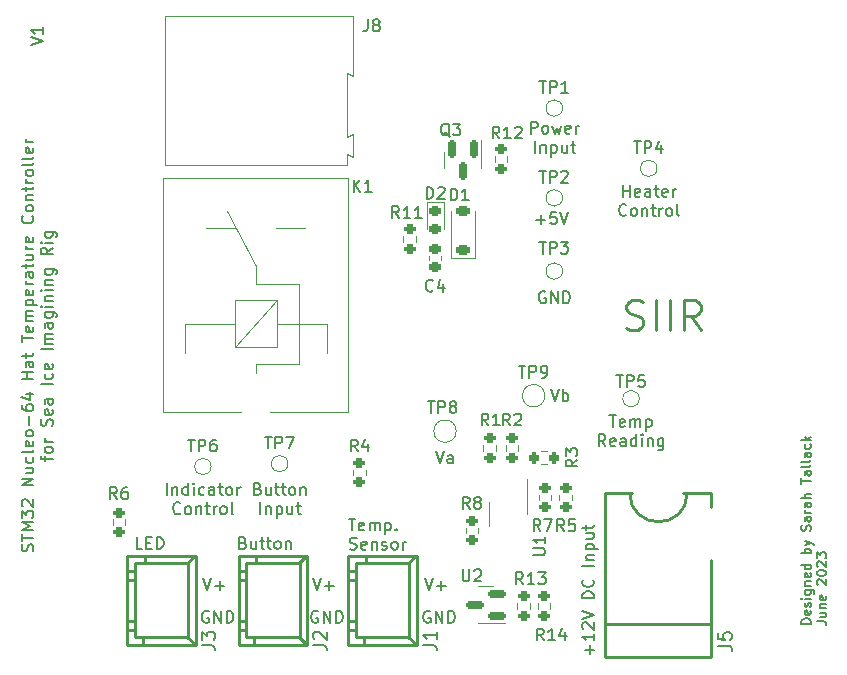
<source format=gbr>
%TF.GenerationSoftware,KiCad,Pcbnew,7.0.2*%
%TF.CreationDate,2023-07-03T14:20:41+02:00*%
%TF.ProjectId,Temperature Controller,54656d70-6572-4617-9475-726520436f6e,V0*%
%TF.SameCoordinates,Original*%
%TF.FileFunction,Legend,Top*%
%TF.FilePolarity,Positive*%
%FSLAX46Y46*%
G04 Gerber Fmt 4.6, Leading zero omitted, Abs format (unit mm)*
G04 Created by KiCad (PCBNEW 7.0.2) date 2023-07-03 14:20:41*
%MOMM*%
%LPD*%
G01*
G04 APERTURE LIST*
G04 Aperture macros list*
%AMRoundRect*
0 Rectangle with rounded corners*
0 $1 Rounding radius*
0 $2 $3 $4 $5 $6 $7 $8 $9 X,Y pos of 4 corners*
0 Add a 4 corners polygon primitive as box body*
4,1,4,$2,$3,$4,$5,$6,$7,$8,$9,$2,$3,0*
0 Add four circle primitives for the rounded corners*
1,1,$1+$1,$2,$3*
1,1,$1+$1,$4,$5*
1,1,$1+$1,$6,$7*
1,1,$1+$1,$8,$9*
0 Add four rect primitives between the rounded corners*
20,1,$1+$1,$2,$3,$4,$5,0*
20,1,$1+$1,$4,$5,$6,$7,0*
20,1,$1+$1,$6,$7,$8,$9,0*
20,1,$1+$1,$8,$9,$2,$3,0*%
G04 Aperture macros list end*
%ADD10C,0.150000*%
%ADD11C,0.250000*%
%ADD12C,0.152000*%
%ADD13C,0.120000*%
%ADD14C,0.254000*%
%ADD15RoundRect,0.200000X-0.275000X0.200000X-0.275000X-0.200000X0.275000X-0.200000X0.275000X0.200000X0*%
%ADD16RoundRect,0.225000X0.375000X-0.225000X0.375000X0.225000X-0.375000X0.225000X-0.375000X-0.225000X0*%
%ADD17C,1.000000*%
%ADD18RoundRect,0.200000X-0.200000X-0.275000X0.200000X-0.275000X0.200000X0.275000X-0.200000X0.275000X0*%
%ADD19C,1.800000*%
%ADD20C,1.500000*%
%ADD21C,3.000000*%
%ADD22C,2.500000*%
%ADD23RoundRect,0.218750X-0.256250X0.218750X-0.256250X-0.218750X0.256250X-0.218750X0.256250X0.218750X0*%
%ADD24R,0.450000X1.450000*%
%ADD25RoundRect,0.200000X0.275000X-0.200000X0.275000X0.200000X-0.275000X0.200000X-0.275000X-0.200000X0*%
%ADD26R,1.980000X3.960000*%
%ADD27O,1.980000X3.960000*%
%ADD28O,4.000000X1.800000*%
%ADD29O,1.800000X4.000000*%
%ADD30RoundRect,0.150000X-0.150000X0.587500X-0.150000X-0.587500X0.150000X-0.587500X0.150000X0.587500X0*%
%ADD31RoundRect,0.150000X0.587500X0.150000X-0.587500X0.150000X-0.587500X-0.150000X0.587500X-0.150000X0*%
%ADD32RoundRect,0.225000X-0.250000X0.225000X-0.250000X-0.225000X0.250000X-0.225000X0.250000X0.225000X0*%
%ADD33R,1.700000X1.700000*%
%ADD34O,1.700000X1.700000*%
G04 APERTURE END LIST*
D10*
X120892856Y-90378809D02*
X121035713Y-90426428D01*
X121035713Y-90426428D02*
X121083332Y-90474047D01*
X121083332Y-90474047D02*
X121130951Y-90569285D01*
X121130951Y-90569285D02*
X121130951Y-90712142D01*
X121130951Y-90712142D02*
X121083332Y-90807380D01*
X121083332Y-90807380D02*
X121035713Y-90855000D01*
X121035713Y-90855000D02*
X120940475Y-90902619D01*
X120940475Y-90902619D02*
X120559523Y-90902619D01*
X120559523Y-90902619D02*
X120559523Y-89902619D01*
X120559523Y-89902619D02*
X120892856Y-89902619D01*
X120892856Y-89902619D02*
X120988094Y-89950238D01*
X120988094Y-89950238D02*
X121035713Y-89997857D01*
X121035713Y-89997857D02*
X121083332Y-90093095D01*
X121083332Y-90093095D02*
X121083332Y-90188333D01*
X121083332Y-90188333D02*
X121035713Y-90283571D01*
X121035713Y-90283571D02*
X120988094Y-90331190D01*
X120988094Y-90331190D02*
X120892856Y-90378809D01*
X120892856Y-90378809D02*
X120559523Y-90378809D01*
X121988094Y-90235952D02*
X121988094Y-90902619D01*
X121559523Y-90235952D02*
X121559523Y-90759761D01*
X121559523Y-90759761D02*
X121607142Y-90855000D01*
X121607142Y-90855000D02*
X121702380Y-90902619D01*
X121702380Y-90902619D02*
X121845237Y-90902619D01*
X121845237Y-90902619D02*
X121940475Y-90855000D01*
X121940475Y-90855000D02*
X121988094Y-90807380D01*
X122321428Y-90235952D02*
X122702380Y-90235952D01*
X122464285Y-89902619D02*
X122464285Y-90759761D01*
X122464285Y-90759761D02*
X122511904Y-90855000D01*
X122511904Y-90855000D02*
X122607142Y-90902619D01*
X122607142Y-90902619D02*
X122702380Y-90902619D01*
X122892857Y-90235952D02*
X123273809Y-90235952D01*
X123035714Y-89902619D02*
X123035714Y-90759761D01*
X123035714Y-90759761D02*
X123083333Y-90855000D01*
X123083333Y-90855000D02*
X123178571Y-90902619D01*
X123178571Y-90902619D02*
X123273809Y-90902619D01*
X123750000Y-90902619D02*
X123654762Y-90855000D01*
X123654762Y-90855000D02*
X123607143Y-90807380D01*
X123607143Y-90807380D02*
X123559524Y-90712142D01*
X123559524Y-90712142D02*
X123559524Y-90426428D01*
X123559524Y-90426428D02*
X123607143Y-90331190D01*
X123607143Y-90331190D02*
X123654762Y-90283571D01*
X123654762Y-90283571D02*
X123750000Y-90235952D01*
X123750000Y-90235952D02*
X123892857Y-90235952D01*
X123892857Y-90235952D02*
X123988095Y-90283571D01*
X123988095Y-90283571D02*
X124035714Y-90331190D01*
X124035714Y-90331190D02*
X124083333Y-90426428D01*
X124083333Y-90426428D02*
X124083333Y-90712142D01*
X124083333Y-90712142D02*
X124035714Y-90807380D01*
X124035714Y-90807380D02*
X123988095Y-90855000D01*
X123988095Y-90855000D02*
X123892857Y-90902619D01*
X123892857Y-90902619D02*
X123750000Y-90902619D01*
X124511905Y-90235952D02*
X124511905Y-90902619D01*
X124511905Y-90331190D02*
X124559524Y-90283571D01*
X124559524Y-90283571D02*
X124654762Y-90235952D01*
X124654762Y-90235952D02*
X124797619Y-90235952D01*
X124797619Y-90235952D02*
X124892857Y-90283571D01*
X124892857Y-90283571D02*
X124940476Y-90378809D01*
X124940476Y-90378809D02*
X124940476Y-90902619D01*
X121107143Y-92522619D02*
X121107143Y-91522619D01*
X121583333Y-91855952D02*
X121583333Y-92522619D01*
X121583333Y-91951190D02*
X121630952Y-91903571D01*
X121630952Y-91903571D02*
X121726190Y-91855952D01*
X121726190Y-91855952D02*
X121869047Y-91855952D01*
X121869047Y-91855952D02*
X121964285Y-91903571D01*
X121964285Y-91903571D02*
X122011904Y-91998809D01*
X122011904Y-91998809D02*
X122011904Y-92522619D01*
X122488095Y-91855952D02*
X122488095Y-92855952D01*
X122488095Y-91903571D02*
X122583333Y-91855952D01*
X122583333Y-91855952D02*
X122773809Y-91855952D01*
X122773809Y-91855952D02*
X122869047Y-91903571D01*
X122869047Y-91903571D02*
X122916666Y-91951190D01*
X122916666Y-91951190D02*
X122964285Y-92046428D01*
X122964285Y-92046428D02*
X122964285Y-92332142D01*
X122964285Y-92332142D02*
X122916666Y-92427380D01*
X122916666Y-92427380D02*
X122869047Y-92475000D01*
X122869047Y-92475000D02*
X122773809Y-92522619D01*
X122773809Y-92522619D02*
X122583333Y-92522619D01*
X122583333Y-92522619D02*
X122488095Y-92475000D01*
X123821428Y-91855952D02*
X123821428Y-92522619D01*
X123392857Y-91855952D02*
X123392857Y-92379761D01*
X123392857Y-92379761D02*
X123440476Y-92475000D01*
X123440476Y-92475000D02*
X123535714Y-92522619D01*
X123535714Y-92522619D02*
X123678571Y-92522619D01*
X123678571Y-92522619D02*
X123773809Y-92475000D01*
X123773809Y-92475000D02*
X123821428Y-92427380D01*
X124154762Y-91855952D02*
X124535714Y-91855952D01*
X124297619Y-91522619D02*
X124297619Y-92379761D01*
X124297619Y-92379761D02*
X124345238Y-92475000D01*
X124345238Y-92475000D02*
X124440476Y-92522619D01*
X124440476Y-92522619D02*
X124535714Y-92522619D01*
X101855000Y-95654764D02*
X101902619Y-95511907D01*
X101902619Y-95511907D02*
X101902619Y-95273812D01*
X101902619Y-95273812D02*
X101855000Y-95178574D01*
X101855000Y-95178574D02*
X101807380Y-95130955D01*
X101807380Y-95130955D02*
X101712142Y-95083336D01*
X101712142Y-95083336D02*
X101616904Y-95083336D01*
X101616904Y-95083336D02*
X101521666Y-95130955D01*
X101521666Y-95130955D02*
X101474047Y-95178574D01*
X101474047Y-95178574D02*
X101426428Y-95273812D01*
X101426428Y-95273812D02*
X101378809Y-95464288D01*
X101378809Y-95464288D02*
X101331190Y-95559526D01*
X101331190Y-95559526D02*
X101283571Y-95607145D01*
X101283571Y-95607145D02*
X101188333Y-95654764D01*
X101188333Y-95654764D02*
X101093095Y-95654764D01*
X101093095Y-95654764D02*
X100997857Y-95607145D01*
X100997857Y-95607145D02*
X100950238Y-95559526D01*
X100950238Y-95559526D02*
X100902619Y-95464288D01*
X100902619Y-95464288D02*
X100902619Y-95226193D01*
X100902619Y-95226193D02*
X100950238Y-95083336D01*
X100902619Y-94797621D02*
X100902619Y-94226193D01*
X101902619Y-94511907D02*
X100902619Y-94511907D01*
X101902619Y-93892859D02*
X100902619Y-93892859D01*
X100902619Y-93892859D02*
X101616904Y-93559526D01*
X101616904Y-93559526D02*
X100902619Y-93226193D01*
X100902619Y-93226193D02*
X101902619Y-93226193D01*
X100902619Y-92845240D02*
X100902619Y-92226193D01*
X100902619Y-92226193D02*
X101283571Y-92559526D01*
X101283571Y-92559526D02*
X101283571Y-92416669D01*
X101283571Y-92416669D02*
X101331190Y-92321431D01*
X101331190Y-92321431D02*
X101378809Y-92273812D01*
X101378809Y-92273812D02*
X101474047Y-92226193D01*
X101474047Y-92226193D02*
X101712142Y-92226193D01*
X101712142Y-92226193D02*
X101807380Y-92273812D01*
X101807380Y-92273812D02*
X101855000Y-92321431D01*
X101855000Y-92321431D02*
X101902619Y-92416669D01*
X101902619Y-92416669D02*
X101902619Y-92702383D01*
X101902619Y-92702383D02*
X101855000Y-92797621D01*
X101855000Y-92797621D02*
X101807380Y-92845240D01*
X100997857Y-91845240D02*
X100950238Y-91797621D01*
X100950238Y-91797621D02*
X100902619Y-91702383D01*
X100902619Y-91702383D02*
X100902619Y-91464288D01*
X100902619Y-91464288D02*
X100950238Y-91369050D01*
X100950238Y-91369050D02*
X100997857Y-91321431D01*
X100997857Y-91321431D02*
X101093095Y-91273812D01*
X101093095Y-91273812D02*
X101188333Y-91273812D01*
X101188333Y-91273812D02*
X101331190Y-91321431D01*
X101331190Y-91321431D02*
X101902619Y-91892859D01*
X101902619Y-91892859D02*
X101902619Y-91273812D01*
X101902619Y-90083335D02*
X100902619Y-90083335D01*
X100902619Y-90083335D02*
X101902619Y-89511907D01*
X101902619Y-89511907D02*
X100902619Y-89511907D01*
X101235952Y-88607145D02*
X101902619Y-88607145D01*
X101235952Y-89035716D02*
X101759761Y-89035716D01*
X101759761Y-89035716D02*
X101855000Y-88988097D01*
X101855000Y-88988097D02*
X101902619Y-88892859D01*
X101902619Y-88892859D02*
X101902619Y-88750002D01*
X101902619Y-88750002D02*
X101855000Y-88654764D01*
X101855000Y-88654764D02*
X101807380Y-88607145D01*
X101855000Y-87702383D02*
X101902619Y-87797621D01*
X101902619Y-87797621D02*
X101902619Y-87988097D01*
X101902619Y-87988097D02*
X101855000Y-88083335D01*
X101855000Y-88083335D02*
X101807380Y-88130954D01*
X101807380Y-88130954D02*
X101712142Y-88178573D01*
X101712142Y-88178573D02*
X101426428Y-88178573D01*
X101426428Y-88178573D02*
X101331190Y-88130954D01*
X101331190Y-88130954D02*
X101283571Y-88083335D01*
X101283571Y-88083335D02*
X101235952Y-87988097D01*
X101235952Y-87988097D02*
X101235952Y-87797621D01*
X101235952Y-87797621D02*
X101283571Y-87702383D01*
X101902619Y-87130954D02*
X101855000Y-87226192D01*
X101855000Y-87226192D02*
X101759761Y-87273811D01*
X101759761Y-87273811D02*
X100902619Y-87273811D01*
X101855000Y-86369049D02*
X101902619Y-86464287D01*
X101902619Y-86464287D02*
X101902619Y-86654763D01*
X101902619Y-86654763D02*
X101855000Y-86750001D01*
X101855000Y-86750001D02*
X101759761Y-86797620D01*
X101759761Y-86797620D02*
X101378809Y-86797620D01*
X101378809Y-86797620D02*
X101283571Y-86750001D01*
X101283571Y-86750001D02*
X101235952Y-86654763D01*
X101235952Y-86654763D02*
X101235952Y-86464287D01*
X101235952Y-86464287D02*
X101283571Y-86369049D01*
X101283571Y-86369049D02*
X101378809Y-86321430D01*
X101378809Y-86321430D02*
X101474047Y-86321430D01*
X101474047Y-86321430D02*
X101569285Y-86797620D01*
X101902619Y-85750001D02*
X101855000Y-85845239D01*
X101855000Y-85845239D02*
X101807380Y-85892858D01*
X101807380Y-85892858D02*
X101712142Y-85940477D01*
X101712142Y-85940477D02*
X101426428Y-85940477D01*
X101426428Y-85940477D02*
X101331190Y-85892858D01*
X101331190Y-85892858D02*
X101283571Y-85845239D01*
X101283571Y-85845239D02*
X101235952Y-85750001D01*
X101235952Y-85750001D02*
X101235952Y-85607144D01*
X101235952Y-85607144D02*
X101283571Y-85511906D01*
X101283571Y-85511906D02*
X101331190Y-85464287D01*
X101331190Y-85464287D02*
X101426428Y-85416668D01*
X101426428Y-85416668D02*
X101712142Y-85416668D01*
X101712142Y-85416668D02*
X101807380Y-85464287D01*
X101807380Y-85464287D02*
X101855000Y-85511906D01*
X101855000Y-85511906D02*
X101902619Y-85607144D01*
X101902619Y-85607144D02*
X101902619Y-85750001D01*
X101521666Y-84988096D02*
X101521666Y-84226192D01*
X100902619Y-83321430D02*
X100902619Y-83511906D01*
X100902619Y-83511906D02*
X100950238Y-83607144D01*
X100950238Y-83607144D02*
X100997857Y-83654763D01*
X100997857Y-83654763D02*
X101140714Y-83750001D01*
X101140714Y-83750001D02*
X101331190Y-83797620D01*
X101331190Y-83797620D02*
X101712142Y-83797620D01*
X101712142Y-83797620D02*
X101807380Y-83750001D01*
X101807380Y-83750001D02*
X101855000Y-83702382D01*
X101855000Y-83702382D02*
X101902619Y-83607144D01*
X101902619Y-83607144D02*
X101902619Y-83416668D01*
X101902619Y-83416668D02*
X101855000Y-83321430D01*
X101855000Y-83321430D02*
X101807380Y-83273811D01*
X101807380Y-83273811D02*
X101712142Y-83226192D01*
X101712142Y-83226192D02*
X101474047Y-83226192D01*
X101474047Y-83226192D02*
X101378809Y-83273811D01*
X101378809Y-83273811D02*
X101331190Y-83321430D01*
X101331190Y-83321430D02*
X101283571Y-83416668D01*
X101283571Y-83416668D02*
X101283571Y-83607144D01*
X101283571Y-83607144D02*
X101331190Y-83702382D01*
X101331190Y-83702382D02*
X101378809Y-83750001D01*
X101378809Y-83750001D02*
X101474047Y-83797620D01*
X101235952Y-82369049D02*
X101902619Y-82369049D01*
X100855000Y-82607144D02*
X101569285Y-82845239D01*
X101569285Y-82845239D02*
X101569285Y-82226192D01*
X101902619Y-81083334D02*
X100902619Y-81083334D01*
X101378809Y-81083334D02*
X101378809Y-80511906D01*
X101902619Y-80511906D02*
X100902619Y-80511906D01*
X101902619Y-79607144D02*
X101378809Y-79607144D01*
X101378809Y-79607144D02*
X101283571Y-79654763D01*
X101283571Y-79654763D02*
X101235952Y-79750001D01*
X101235952Y-79750001D02*
X101235952Y-79940477D01*
X101235952Y-79940477D02*
X101283571Y-80035715D01*
X101855000Y-79607144D02*
X101902619Y-79702382D01*
X101902619Y-79702382D02*
X101902619Y-79940477D01*
X101902619Y-79940477D02*
X101855000Y-80035715D01*
X101855000Y-80035715D02*
X101759761Y-80083334D01*
X101759761Y-80083334D02*
X101664523Y-80083334D01*
X101664523Y-80083334D02*
X101569285Y-80035715D01*
X101569285Y-80035715D02*
X101521666Y-79940477D01*
X101521666Y-79940477D02*
X101521666Y-79702382D01*
X101521666Y-79702382D02*
X101474047Y-79607144D01*
X101235952Y-79273810D02*
X101235952Y-78892858D01*
X100902619Y-79130953D02*
X101759761Y-79130953D01*
X101759761Y-79130953D02*
X101855000Y-79083334D01*
X101855000Y-79083334D02*
X101902619Y-78988096D01*
X101902619Y-78988096D02*
X101902619Y-78892858D01*
X100902619Y-77940476D02*
X100902619Y-77369048D01*
X101902619Y-77654762D02*
X100902619Y-77654762D01*
X101855000Y-76654762D02*
X101902619Y-76750000D01*
X101902619Y-76750000D02*
X101902619Y-76940476D01*
X101902619Y-76940476D02*
X101855000Y-77035714D01*
X101855000Y-77035714D02*
X101759761Y-77083333D01*
X101759761Y-77083333D02*
X101378809Y-77083333D01*
X101378809Y-77083333D02*
X101283571Y-77035714D01*
X101283571Y-77035714D02*
X101235952Y-76940476D01*
X101235952Y-76940476D02*
X101235952Y-76750000D01*
X101235952Y-76750000D02*
X101283571Y-76654762D01*
X101283571Y-76654762D02*
X101378809Y-76607143D01*
X101378809Y-76607143D02*
X101474047Y-76607143D01*
X101474047Y-76607143D02*
X101569285Y-77083333D01*
X101902619Y-76178571D02*
X101235952Y-76178571D01*
X101331190Y-76178571D02*
X101283571Y-76130952D01*
X101283571Y-76130952D02*
X101235952Y-76035714D01*
X101235952Y-76035714D02*
X101235952Y-75892857D01*
X101235952Y-75892857D02*
X101283571Y-75797619D01*
X101283571Y-75797619D02*
X101378809Y-75750000D01*
X101378809Y-75750000D02*
X101902619Y-75750000D01*
X101378809Y-75750000D02*
X101283571Y-75702381D01*
X101283571Y-75702381D02*
X101235952Y-75607143D01*
X101235952Y-75607143D02*
X101235952Y-75464286D01*
X101235952Y-75464286D02*
X101283571Y-75369047D01*
X101283571Y-75369047D02*
X101378809Y-75321428D01*
X101378809Y-75321428D02*
X101902619Y-75321428D01*
X101235952Y-74845238D02*
X102235952Y-74845238D01*
X101283571Y-74845238D02*
X101235952Y-74750000D01*
X101235952Y-74750000D02*
X101235952Y-74559524D01*
X101235952Y-74559524D02*
X101283571Y-74464286D01*
X101283571Y-74464286D02*
X101331190Y-74416667D01*
X101331190Y-74416667D02*
X101426428Y-74369048D01*
X101426428Y-74369048D02*
X101712142Y-74369048D01*
X101712142Y-74369048D02*
X101807380Y-74416667D01*
X101807380Y-74416667D02*
X101855000Y-74464286D01*
X101855000Y-74464286D02*
X101902619Y-74559524D01*
X101902619Y-74559524D02*
X101902619Y-74750000D01*
X101902619Y-74750000D02*
X101855000Y-74845238D01*
X101855000Y-73559524D02*
X101902619Y-73654762D01*
X101902619Y-73654762D02*
X101902619Y-73845238D01*
X101902619Y-73845238D02*
X101855000Y-73940476D01*
X101855000Y-73940476D02*
X101759761Y-73988095D01*
X101759761Y-73988095D02*
X101378809Y-73988095D01*
X101378809Y-73988095D02*
X101283571Y-73940476D01*
X101283571Y-73940476D02*
X101235952Y-73845238D01*
X101235952Y-73845238D02*
X101235952Y-73654762D01*
X101235952Y-73654762D02*
X101283571Y-73559524D01*
X101283571Y-73559524D02*
X101378809Y-73511905D01*
X101378809Y-73511905D02*
X101474047Y-73511905D01*
X101474047Y-73511905D02*
X101569285Y-73988095D01*
X101902619Y-73083333D02*
X101235952Y-73083333D01*
X101426428Y-73083333D02*
X101331190Y-73035714D01*
X101331190Y-73035714D02*
X101283571Y-72988095D01*
X101283571Y-72988095D02*
X101235952Y-72892857D01*
X101235952Y-72892857D02*
X101235952Y-72797619D01*
X101902619Y-72035714D02*
X101378809Y-72035714D01*
X101378809Y-72035714D02*
X101283571Y-72083333D01*
X101283571Y-72083333D02*
X101235952Y-72178571D01*
X101235952Y-72178571D02*
X101235952Y-72369047D01*
X101235952Y-72369047D02*
X101283571Y-72464285D01*
X101855000Y-72035714D02*
X101902619Y-72130952D01*
X101902619Y-72130952D02*
X101902619Y-72369047D01*
X101902619Y-72369047D02*
X101855000Y-72464285D01*
X101855000Y-72464285D02*
X101759761Y-72511904D01*
X101759761Y-72511904D02*
X101664523Y-72511904D01*
X101664523Y-72511904D02*
X101569285Y-72464285D01*
X101569285Y-72464285D02*
X101521666Y-72369047D01*
X101521666Y-72369047D02*
X101521666Y-72130952D01*
X101521666Y-72130952D02*
X101474047Y-72035714D01*
X101235952Y-71702380D02*
X101235952Y-71321428D01*
X100902619Y-71559523D02*
X101759761Y-71559523D01*
X101759761Y-71559523D02*
X101855000Y-71511904D01*
X101855000Y-71511904D02*
X101902619Y-71416666D01*
X101902619Y-71416666D02*
X101902619Y-71321428D01*
X101235952Y-70559523D02*
X101902619Y-70559523D01*
X101235952Y-70988094D02*
X101759761Y-70988094D01*
X101759761Y-70988094D02*
X101855000Y-70940475D01*
X101855000Y-70940475D02*
X101902619Y-70845237D01*
X101902619Y-70845237D02*
X101902619Y-70702380D01*
X101902619Y-70702380D02*
X101855000Y-70607142D01*
X101855000Y-70607142D02*
X101807380Y-70559523D01*
X101902619Y-70083332D02*
X101235952Y-70083332D01*
X101426428Y-70083332D02*
X101331190Y-70035713D01*
X101331190Y-70035713D02*
X101283571Y-69988094D01*
X101283571Y-69988094D02*
X101235952Y-69892856D01*
X101235952Y-69892856D02*
X101235952Y-69797618D01*
X101855000Y-69083332D02*
X101902619Y-69178570D01*
X101902619Y-69178570D02*
X101902619Y-69369046D01*
X101902619Y-69369046D02*
X101855000Y-69464284D01*
X101855000Y-69464284D02*
X101759761Y-69511903D01*
X101759761Y-69511903D02*
X101378809Y-69511903D01*
X101378809Y-69511903D02*
X101283571Y-69464284D01*
X101283571Y-69464284D02*
X101235952Y-69369046D01*
X101235952Y-69369046D02*
X101235952Y-69178570D01*
X101235952Y-69178570D02*
X101283571Y-69083332D01*
X101283571Y-69083332D02*
X101378809Y-69035713D01*
X101378809Y-69035713D02*
X101474047Y-69035713D01*
X101474047Y-69035713D02*
X101569285Y-69511903D01*
X101807380Y-67273808D02*
X101855000Y-67321427D01*
X101855000Y-67321427D02*
X101902619Y-67464284D01*
X101902619Y-67464284D02*
X101902619Y-67559522D01*
X101902619Y-67559522D02*
X101855000Y-67702379D01*
X101855000Y-67702379D02*
X101759761Y-67797617D01*
X101759761Y-67797617D02*
X101664523Y-67845236D01*
X101664523Y-67845236D02*
X101474047Y-67892855D01*
X101474047Y-67892855D02*
X101331190Y-67892855D01*
X101331190Y-67892855D02*
X101140714Y-67845236D01*
X101140714Y-67845236D02*
X101045476Y-67797617D01*
X101045476Y-67797617D02*
X100950238Y-67702379D01*
X100950238Y-67702379D02*
X100902619Y-67559522D01*
X100902619Y-67559522D02*
X100902619Y-67464284D01*
X100902619Y-67464284D02*
X100950238Y-67321427D01*
X100950238Y-67321427D02*
X100997857Y-67273808D01*
X101902619Y-66702379D02*
X101855000Y-66797617D01*
X101855000Y-66797617D02*
X101807380Y-66845236D01*
X101807380Y-66845236D02*
X101712142Y-66892855D01*
X101712142Y-66892855D02*
X101426428Y-66892855D01*
X101426428Y-66892855D02*
X101331190Y-66845236D01*
X101331190Y-66845236D02*
X101283571Y-66797617D01*
X101283571Y-66797617D02*
X101235952Y-66702379D01*
X101235952Y-66702379D02*
X101235952Y-66559522D01*
X101235952Y-66559522D02*
X101283571Y-66464284D01*
X101283571Y-66464284D02*
X101331190Y-66416665D01*
X101331190Y-66416665D02*
X101426428Y-66369046D01*
X101426428Y-66369046D02*
X101712142Y-66369046D01*
X101712142Y-66369046D02*
X101807380Y-66416665D01*
X101807380Y-66416665D02*
X101855000Y-66464284D01*
X101855000Y-66464284D02*
X101902619Y-66559522D01*
X101902619Y-66559522D02*
X101902619Y-66702379D01*
X101235952Y-65940474D02*
X101902619Y-65940474D01*
X101331190Y-65940474D02*
X101283571Y-65892855D01*
X101283571Y-65892855D02*
X101235952Y-65797617D01*
X101235952Y-65797617D02*
X101235952Y-65654760D01*
X101235952Y-65654760D02*
X101283571Y-65559522D01*
X101283571Y-65559522D02*
X101378809Y-65511903D01*
X101378809Y-65511903D02*
X101902619Y-65511903D01*
X101235952Y-65178569D02*
X101235952Y-64797617D01*
X100902619Y-65035712D02*
X101759761Y-65035712D01*
X101759761Y-65035712D02*
X101855000Y-64988093D01*
X101855000Y-64988093D02*
X101902619Y-64892855D01*
X101902619Y-64892855D02*
X101902619Y-64797617D01*
X101902619Y-64464283D02*
X101235952Y-64464283D01*
X101426428Y-64464283D02*
X101331190Y-64416664D01*
X101331190Y-64416664D02*
X101283571Y-64369045D01*
X101283571Y-64369045D02*
X101235952Y-64273807D01*
X101235952Y-64273807D02*
X101235952Y-64178569D01*
X101902619Y-63702378D02*
X101855000Y-63797616D01*
X101855000Y-63797616D02*
X101807380Y-63845235D01*
X101807380Y-63845235D02*
X101712142Y-63892854D01*
X101712142Y-63892854D02*
X101426428Y-63892854D01*
X101426428Y-63892854D02*
X101331190Y-63845235D01*
X101331190Y-63845235D02*
X101283571Y-63797616D01*
X101283571Y-63797616D02*
X101235952Y-63702378D01*
X101235952Y-63702378D02*
X101235952Y-63559521D01*
X101235952Y-63559521D02*
X101283571Y-63464283D01*
X101283571Y-63464283D02*
X101331190Y-63416664D01*
X101331190Y-63416664D02*
X101426428Y-63369045D01*
X101426428Y-63369045D02*
X101712142Y-63369045D01*
X101712142Y-63369045D02*
X101807380Y-63416664D01*
X101807380Y-63416664D02*
X101855000Y-63464283D01*
X101855000Y-63464283D02*
X101902619Y-63559521D01*
X101902619Y-63559521D02*
X101902619Y-63702378D01*
X101902619Y-62797616D02*
X101855000Y-62892854D01*
X101855000Y-62892854D02*
X101759761Y-62940473D01*
X101759761Y-62940473D02*
X100902619Y-62940473D01*
X101902619Y-62273806D02*
X101855000Y-62369044D01*
X101855000Y-62369044D02*
X101759761Y-62416663D01*
X101759761Y-62416663D02*
X100902619Y-62416663D01*
X101855000Y-61511901D02*
X101902619Y-61607139D01*
X101902619Y-61607139D02*
X101902619Y-61797615D01*
X101902619Y-61797615D02*
X101855000Y-61892853D01*
X101855000Y-61892853D02*
X101759761Y-61940472D01*
X101759761Y-61940472D02*
X101378809Y-61940472D01*
X101378809Y-61940472D02*
X101283571Y-61892853D01*
X101283571Y-61892853D02*
X101235952Y-61797615D01*
X101235952Y-61797615D02*
X101235952Y-61607139D01*
X101235952Y-61607139D02*
X101283571Y-61511901D01*
X101283571Y-61511901D02*
X101378809Y-61464282D01*
X101378809Y-61464282D02*
X101474047Y-61464282D01*
X101474047Y-61464282D02*
X101569285Y-61940472D01*
X101902619Y-61035710D02*
X101235952Y-61035710D01*
X101426428Y-61035710D02*
X101331190Y-60988091D01*
X101331190Y-60988091D02*
X101283571Y-60940472D01*
X101283571Y-60940472D02*
X101235952Y-60845234D01*
X101235952Y-60845234D02*
X101235952Y-60749996D01*
X102855952Y-88011904D02*
X102855952Y-87630952D01*
X103522619Y-87869047D02*
X102665476Y-87869047D01*
X102665476Y-87869047D02*
X102570238Y-87821428D01*
X102570238Y-87821428D02*
X102522619Y-87726190D01*
X102522619Y-87726190D02*
X102522619Y-87630952D01*
X103522619Y-87154761D02*
X103475000Y-87249999D01*
X103475000Y-87249999D02*
X103427380Y-87297618D01*
X103427380Y-87297618D02*
X103332142Y-87345237D01*
X103332142Y-87345237D02*
X103046428Y-87345237D01*
X103046428Y-87345237D02*
X102951190Y-87297618D01*
X102951190Y-87297618D02*
X102903571Y-87249999D01*
X102903571Y-87249999D02*
X102855952Y-87154761D01*
X102855952Y-87154761D02*
X102855952Y-87011904D01*
X102855952Y-87011904D02*
X102903571Y-86916666D01*
X102903571Y-86916666D02*
X102951190Y-86869047D01*
X102951190Y-86869047D02*
X103046428Y-86821428D01*
X103046428Y-86821428D02*
X103332142Y-86821428D01*
X103332142Y-86821428D02*
X103427380Y-86869047D01*
X103427380Y-86869047D02*
X103475000Y-86916666D01*
X103475000Y-86916666D02*
X103522619Y-87011904D01*
X103522619Y-87011904D02*
X103522619Y-87154761D01*
X103522619Y-86392856D02*
X102855952Y-86392856D01*
X103046428Y-86392856D02*
X102951190Y-86345237D01*
X102951190Y-86345237D02*
X102903571Y-86297618D01*
X102903571Y-86297618D02*
X102855952Y-86202380D01*
X102855952Y-86202380D02*
X102855952Y-86107142D01*
X103475000Y-85059522D02*
X103522619Y-84916665D01*
X103522619Y-84916665D02*
X103522619Y-84678570D01*
X103522619Y-84678570D02*
X103475000Y-84583332D01*
X103475000Y-84583332D02*
X103427380Y-84535713D01*
X103427380Y-84535713D02*
X103332142Y-84488094D01*
X103332142Y-84488094D02*
X103236904Y-84488094D01*
X103236904Y-84488094D02*
X103141666Y-84535713D01*
X103141666Y-84535713D02*
X103094047Y-84583332D01*
X103094047Y-84583332D02*
X103046428Y-84678570D01*
X103046428Y-84678570D02*
X102998809Y-84869046D01*
X102998809Y-84869046D02*
X102951190Y-84964284D01*
X102951190Y-84964284D02*
X102903571Y-85011903D01*
X102903571Y-85011903D02*
X102808333Y-85059522D01*
X102808333Y-85059522D02*
X102713095Y-85059522D01*
X102713095Y-85059522D02*
X102617857Y-85011903D01*
X102617857Y-85011903D02*
X102570238Y-84964284D01*
X102570238Y-84964284D02*
X102522619Y-84869046D01*
X102522619Y-84869046D02*
X102522619Y-84630951D01*
X102522619Y-84630951D02*
X102570238Y-84488094D01*
X103475000Y-83678570D02*
X103522619Y-83773808D01*
X103522619Y-83773808D02*
X103522619Y-83964284D01*
X103522619Y-83964284D02*
X103475000Y-84059522D01*
X103475000Y-84059522D02*
X103379761Y-84107141D01*
X103379761Y-84107141D02*
X102998809Y-84107141D01*
X102998809Y-84107141D02*
X102903571Y-84059522D01*
X102903571Y-84059522D02*
X102855952Y-83964284D01*
X102855952Y-83964284D02*
X102855952Y-83773808D01*
X102855952Y-83773808D02*
X102903571Y-83678570D01*
X102903571Y-83678570D02*
X102998809Y-83630951D01*
X102998809Y-83630951D02*
X103094047Y-83630951D01*
X103094047Y-83630951D02*
X103189285Y-84107141D01*
X103522619Y-82773808D02*
X102998809Y-82773808D01*
X102998809Y-82773808D02*
X102903571Y-82821427D01*
X102903571Y-82821427D02*
X102855952Y-82916665D01*
X102855952Y-82916665D02*
X102855952Y-83107141D01*
X102855952Y-83107141D02*
X102903571Y-83202379D01*
X103475000Y-82773808D02*
X103522619Y-82869046D01*
X103522619Y-82869046D02*
X103522619Y-83107141D01*
X103522619Y-83107141D02*
X103475000Y-83202379D01*
X103475000Y-83202379D02*
X103379761Y-83249998D01*
X103379761Y-83249998D02*
X103284523Y-83249998D01*
X103284523Y-83249998D02*
X103189285Y-83202379D01*
X103189285Y-83202379D02*
X103141666Y-83107141D01*
X103141666Y-83107141D02*
X103141666Y-82869046D01*
X103141666Y-82869046D02*
X103094047Y-82773808D01*
X103522619Y-81535712D02*
X102522619Y-81535712D01*
X103475000Y-80630951D02*
X103522619Y-80726189D01*
X103522619Y-80726189D02*
X103522619Y-80916665D01*
X103522619Y-80916665D02*
X103475000Y-81011903D01*
X103475000Y-81011903D02*
X103427380Y-81059522D01*
X103427380Y-81059522D02*
X103332142Y-81107141D01*
X103332142Y-81107141D02*
X103046428Y-81107141D01*
X103046428Y-81107141D02*
X102951190Y-81059522D01*
X102951190Y-81059522D02*
X102903571Y-81011903D01*
X102903571Y-81011903D02*
X102855952Y-80916665D01*
X102855952Y-80916665D02*
X102855952Y-80726189D01*
X102855952Y-80726189D02*
X102903571Y-80630951D01*
X103475000Y-79821427D02*
X103522619Y-79916665D01*
X103522619Y-79916665D02*
X103522619Y-80107141D01*
X103522619Y-80107141D02*
X103475000Y-80202379D01*
X103475000Y-80202379D02*
X103379761Y-80249998D01*
X103379761Y-80249998D02*
X102998809Y-80249998D01*
X102998809Y-80249998D02*
X102903571Y-80202379D01*
X102903571Y-80202379D02*
X102855952Y-80107141D01*
X102855952Y-80107141D02*
X102855952Y-79916665D01*
X102855952Y-79916665D02*
X102903571Y-79821427D01*
X102903571Y-79821427D02*
X102998809Y-79773808D01*
X102998809Y-79773808D02*
X103094047Y-79773808D01*
X103094047Y-79773808D02*
X103189285Y-80249998D01*
X103522619Y-78583331D02*
X102522619Y-78583331D01*
X103522619Y-78107141D02*
X102855952Y-78107141D01*
X102951190Y-78107141D02*
X102903571Y-78059522D01*
X102903571Y-78059522D02*
X102855952Y-77964284D01*
X102855952Y-77964284D02*
X102855952Y-77821427D01*
X102855952Y-77821427D02*
X102903571Y-77726189D01*
X102903571Y-77726189D02*
X102998809Y-77678570D01*
X102998809Y-77678570D02*
X103522619Y-77678570D01*
X102998809Y-77678570D02*
X102903571Y-77630951D01*
X102903571Y-77630951D02*
X102855952Y-77535713D01*
X102855952Y-77535713D02*
X102855952Y-77392856D01*
X102855952Y-77392856D02*
X102903571Y-77297617D01*
X102903571Y-77297617D02*
X102998809Y-77249998D01*
X102998809Y-77249998D02*
X103522619Y-77249998D01*
X103522619Y-76345237D02*
X102998809Y-76345237D01*
X102998809Y-76345237D02*
X102903571Y-76392856D01*
X102903571Y-76392856D02*
X102855952Y-76488094D01*
X102855952Y-76488094D02*
X102855952Y-76678570D01*
X102855952Y-76678570D02*
X102903571Y-76773808D01*
X103475000Y-76345237D02*
X103522619Y-76440475D01*
X103522619Y-76440475D02*
X103522619Y-76678570D01*
X103522619Y-76678570D02*
X103475000Y-76773808D01*
X103475000Y-76773808D02*
X103379761Y-76821427D01*
X103379761Y-76821427D02*
X103284523Y-76821427D01*
X103284523Y-76821427D02*
X103189285Y-76773808D01*
X103189285Y-76773808D02*
X103141666Y-76678570D01*
X103141666Y-76678570D02*
X103141666Y-76440475D01*
X103141666Y-76440475D02*
X103094047Y-76345237D01*
X102855952Y-75440475D02*
X103665476Y-75440475D01*
X103665476Y-75440475D02*
X103760714Y-75488094D01*
X103760714Y-75488094D02*
X103808333Y-75535713D01*
X103808333Y-75535713D02*
X103855952Y-75630951D01*
X103855952Y-75630951D02*
X103855952Y-75773808D01*
X103855952Y-75773808D02*
X103808333Y-75869046D01*
X103475000Y-75440475D02*
X103522619Y-75535713D01*
X103522619Y-75535713D02*
X103522619Y-75726189D01*
X103522619Y-75726189D02*
X103475000Y-75821427D01*
X103475000Y-75821427D02*
X103427380Y-75869046D01*
X103427380Y-75869046D02*
X103332142Y-75916665D01*
X103332142Y-75916665D02*
X103046428Y-75916665D01*
X103046428Y-75916665D02*
X102951190Y-75869046D01*
X102951190Y-75869046D02*
X102903571Y-75821427D01*
X102903571Y-75821427D02*
X102855952Y-75726189D01*
X102855952Y-75726189D02*
X102855952Y-75535713D01*
X102855952Y-75535713D02*
X102903571Y-75440475D01*
X103522619Y-74964284D02*
X102855952Y-74964284D01*
X102522619Y-74964284D02*
X102570238Y-75011903D01*
X102570238Y-75011903D02*
X102617857Y-74964284D01*
X102617857Y-74964284D02*
X102570238Y-74916665D01*
X102570238Y-74916665D02*
X102522619Y-74964284D01*
X102522619Y-74964284D02*
X102617857Y-74964284D01*
X102855952Y-74488094D02*
X103522619Y-74488094D01*
X102951190Y-74488094D02*
X102903571Y-74440475D01*
X102903571Y-74440475D02*
X102855952Y-74345237D01*
X102855952Y-74345237D02*
X102855952Y-74202380D01*
X102855952Y-74202380D02*
X102903571Y-74107142D01*
X102903571Y-74107142D02*
X102998809Y-74059523D01*
X102998809Y-74059523D02*
X103522619Y-74059523D01*
X103522619Y-73583332D02*
X102855952Y-73583332D01*
X102522619Y-73583332D02*
X102570238Y-73630951D01*
X102570238Y-73630951D02*
X102617857Y-73583332D01*
X102617857Y-73583332D02*
X102570238Y-73535713D01*
X102570238Y-73535713D02*
X102522619Y-73583332D01*
X102522619Y-73583332D02*
X102617857Y-73583332D01*
X102855952Y-73107142D02*
X103522619Y-73107142D01*
X102951190Y-73107142D02*
X102903571Y-73059523D01*
X102903571Y-73059523D02*
X102855952Y-72964285D01*
X102855952Y-72964285D02*
X102855952Y-72821428D01*
X102855952Y-72821428D02*
X102903571Y-72726190D01*
X102903571Y-72726190D02*
X102998809Y-72678571D01*
X102998809Y-72678571D02*
X103522619Y-72678571D01*
X102855952Y-71773809D02*
X103665476Y-71773809D01*
X103665476Y-71773809D02*
X103760714Y-71821428D01*
X103760714Y-71821428D02*
X103808333Y-71869047D01*
X103808333Y-71869047D02*
X103855952Y-71964285D01*
X103855952Y-71964285D02*
X103855952Y-72107142D01*
X103855952Y-72107142D02*
X103808333Y-72202380D01*
X103475000Y-71773809D02*
X103522619Y-71869047D01*
X103522619Y-71869047D02*
X103522619Y-72059523D01*
X103522619Y-72059523D02*
X103475000Y-72154761D01*
X103475000Y-72154761D02*
X103427380Y-72202380D01*
X103427380Y-72202380D02*
X103332142Y-72249999D01*
X103332142Y-72249999D02*
X103046428Y-72249999D01*
X103046428Y-72249999D02*
X102951190Y-72202380D01*
X102951190Y-72202380D02*
X102903571Y-72154761D01*
X102903571Y-72154761D02*
X102855952Y-72059523D01*
X102855952Y-72059523D02*
X102855952Y-71869047D01*
X102855952Y-71869047D02*
X102903571Y-71773809D01*
X103522619Y-69964285D02*
X103046428Y-70297618D01*
X103522619Y-70535713D02*
X102522619Y-70535713D01*
X102522619Y-70535713D02*
X102522619Y-70154761D01*
X102522619Y-70154761D02*
X102570238Y-70059523D01*
X102570238Y-70059523D02*
X102617857Y-70011904D01*
X102617857Y-70011904D02*
X102713095Y-69964285D01*
X102713095Y-69964285D02*
X102855952Y-69964285D01*
X102855952Y-69964285D02*
X102951190Y-70011904D01*
X102951190Y-70011904D02*
X102998809Y-70059523D01*
X102998809Y-70059523D02*
X103046428Y-70154761D01*
X103046428Y-70154761D02*
X103046428Y-70535713D01*
X103522619Y-69535713D02*
X102855952Y-69535713D01*
X102522619Y-69535713D02*
X102570238Y-69583332D01*
X102570238Y-69583332D02*
X102617857Y-69535713D01*
X102617857Y-69535713D02*
X102570238Y-69488094D01*
X102570238Y-69488094D02*
X102522619Y-69535713D01*
X102522619Y-69535713D02*
X102617857Y-69535713D01*
X102855952Y-68630952D02*
X103665476Y-68630952D01*
X103665476Y-68630952D02*
X103760714Y-68678571D01*
X103760714Y-68678571D02*
X103808333Y-68726190D01*
X103808333Y-68726190D02*
X103855952Y-68821428D01*
X103855952Y-68821428D02*
X103855952Y-68964285D01*
X103855952Y-68964285D02*
X103808333Y-69059523D01*
X103475000Y-68630952D02*
X103522619Y-68726190D01*
X103522619Y-68726190D02*
X103522619Y-68916666D01*
X103522619Y-68916666D02*
X103475000Y-69011904D01*
X103475000Y-69011904D02*
X103427380Y-69059523D01*
X103427380Y-69059523D02*
X103332142Y-69107142D01*
X103332142Y-69107142D02*
X103046428Y-69107142D01*
X103046428Y-69107142D02*
X102951190Y-69059523D01*
X102951190Y-69059523D02*
X102903571Y-69011904D01*
X102903571Y-69011904D02*
X102855952Y-68916666D01*
X102855952Y-68916666D02*
X102855952Y-68726190D01*
X102855952Y-68726190D02*
X102903571Y-68630952D01*
X145714286Y-81962619D02*
X146047619Y-82962619D01*
X146047619Y-82962619D02*
X146380952Y-81962619D01*
X146714286Y-82962619D02*
X146714286Y-81962619D01*
X146714286Y-82343571D02*
X146809524Y-82295952D01*
X146809524Y-82295952D02*
X147000000Y-82295952D01*
X147000000Y-82295952D02*
X147095238Y-82343571D01*
X147095238Y-82343571D02*
X147142857Y-82391190D01*
X147142857Y-82391190D02*
X147190476Y-82486428D01*
X147190476Y-82486428D02*
X147190476Y-82772142D01*
X147190476Y-82772142D02*
X147142857Y-82867380D01*
X147142857Y-82867380D02*
X147095238Y-82915000D01*
X147095238Y-82915000D02*
X147000000Y-82962619D01*
X147000000Y-82962619D02*
X146809524Y-82962619D01*
X146809524Y-82962619D02*
X146714286Y-82915000D01*
X167722095Y-101809523D02*
X166922095Y-101809523D01*
X166922095Y-101809523D02*
X166922095Y-101619047D01*
X166922095Y-101619047D02*
X166960190Y-101504761D01*
X166960190Y-101504761D02*
X167036380Y-101428571D01*
X167036380Y-101428571D02*
X167112571Y-101390476D01*
X167112571Y-101390476D02*
X167264952Y-101352380D01*
X167264952Y-101352380D02*
X167379238Y-101352380D01*
X167379238Y-101352380D02*
X167531619Y-101390476D01*
X167531619Y-101390476D02*
X167607809Y-101428571D01*
X167607809Y-101428571D02*
X167684000Y-101504761D01*
X167684000Y-101504761D02*
X167722095Y-101619047D01*
X167722095Y-101619047D02*
X167722095Y-101809523D01*
X167684000Y-100704761D02*
X167722095Y-100780952D01*
X167722095Y-100780952D02*
X167722095Y-100933333D01*
X167722095Y-100933333D02*
X167684000Y-101009523D01*
X167684000Y-101009523D02*
X167607809Y-101047619D01*
X167607809Y-101047619D02*
X167303047Y-101047619D01*
X167303047Y-101047619D02*
X167226857Y-101009523D01*
X167226857Y-101009523D02*
X167188761Y-100933333D01*
X167188761Y-100933333D02*
X167188761Y-100780952D01*
X167188761Y-100780952D02*
X167226857Y-100704761D01*
X167226857Y-100704761D02*
X167303047Y-100666666D01*
X167303047Y-100666666D02*
X167379238Y-100666666D01*
X167379238Y-100666666D02*
X167455428Y-101047619D01*
X167684000Y-100361905D02*
X167722095Y-100285714D01*
X167722095Y-100285714D02*
X167722095Y-100133333D01*
X167722095Y-100133333D02*
X167684000Y-100057143D01*
X167684000Y-100057143D02*
X167607809Y-100019047D01*
X167607809Y-100019047D02*
X167569714Y-100019047D01*
X167569714Y-100019047D02*
X167493523Y-100057143D01*
X167493523Y-100057143D02*
X167455428Y-100133333D01*
X167455428Y-100133333D02*
X167455428Y-100247619D01*
X167455428Y-100247619D02*
X167417333Y-100323809D01*
X167417333Y-100323809D02*
X167341142Y-100361905D01*
X167341142Y-100361905D02*
X167303047Y-100361905D01*
X167303047Y-100361905D02*
X167226857Y-100323809D01*
X167226857Y-100323809D02*
X167188761Y-100247619D01*
X167188761Y-100247619D02*
X167188761Y-100133333D01*
X167188761Y-100133333D02*
X167226857Y-100057143D01*
X167722095Y-99676190D02*
X167188761Y-99676190D01*
X166922095Y-99676190D02*
X166960190Y-99714286D01*
X166960190Y-99714286D02*
X166998285Y-99676190D01*
X166998285Y-99676190D02*
X166960190Y-99638095D01*
X166960190Y-99638095D02*
X166922095Y-99676190D01*
X166922095Y-99676190D02*
X166998285Y-99676190D01*
X167188761Y-98952381D02*
X167836380Y-98952381D01*
X167836380Y-98952381D02*
X167912571Y-98990476D01*
X167912571Y-98990476D02*
X167950666Y-99028572D01*
X167950666Y-99028572D02*
X167988761Y-99104762D01*
X167988761Y-99104762D02*
X167988761Y-99219048D01*
X167988761Y-99219048D02*
X167950666Y-99295238D01*
X167684000Y-98952381D02*
X167722095Y-99028572D01*
X167722095Y-99028572D02*
X167722095Y-99180953D01*
X167722095Y-99180953D02*
X167684000Y-99257143D01*
X167684000Y-99257143D02*
X167645904Y-99295238D01*
X167645904Y-99295238D02*
X167569714Y-99333334D01*
X167569714Y-99333334D02*
X167341142Y-99333334D01*
X167341142Y-99333334D02*
X167264952Y-99295238D01*
X167264952Y-99295238D02*
X167226857Y-99257143D01*
X167226857Y-99257143D02*
X167188761Y-99180953D01*
X167188761Y-99180953D02*
X167188761Y-99028572D01*
X167188761Y-99028572D02*
X167226857Y-98952381D01*
X167188761Y-98571428D02*
X167722095Y-98571428D01*
X167264952Y-98571428D02*
X167226857Y-98533333D01*
X167226857Y-98533333D02*
X167188761Y-98457143D01*
X167188761Y-98457143D02*
X167188761Y-98342857D01*
X167188761Y-98342857D02*
X167226857Y-98266666D01*
X167226857Y-98266666D02*
X167303047Y-98228571D01*
X167303047Y-98228571D02*
X167722095Y-98228571D01*
X167684000Y-97542856D02*
X167722095Y-97619047D01*
X167722095Y-97619047D02*
X167722095Y-97771428D01*
X167722095Y-97771428D02*
X167684000Y-97847618D01*
X167684000Y-97847618D02*
X167607809Y-97885714D01*
X167607809Y-97885714D02*
X167303047Y-97885714D01*
X167303047Y-97885714D02*
X167226857Y-97847618D01*
X167226857Y-97847618D02*
X167188761Y-97771428D01*
X167188761Y-97771428D02*
X167188761Y-97619047D01*
X167188761Y-97619047D02*
X167226857Y-97542856D01*
X167226857Y-97542856D02*
X167303047Y-97504761D01*
X167303047Y-97504761D02*
X167379238Y-97504761D01*
X167379238Y-97504761D02*
X167455428Y-97885714D01*
X167722095Y-96819047D02*
X166922095Y-96819047D01*
X167684000Y-96819047D02*
X167722095Y-96895238D01*
X167722095Y-96895238D02*
X167722095Y-97047619D01*
X167722095Y-97047619D02*
X167684000Y-97123809D01*
X167684000Y-97123809D02*
X167645904Y-97161904D01*
X167645904Y-97161904D02*
X167569714Y-97200000D01*
X167569714Y-97200000D02*
X167341142Y-97200000D01*
X167341142Y-97200000D02*
X167264952Y-97161904D01*
X167264952Y-97161904D02*
X167226857Y-97123809D01*
X167226857Y-97123809D02*
X167188761Y-97047619D01*
X167188761Y-97047619D02*
X167188761Y-96895238D01*
X167188761Y-96895238D02*
X167226857Y-96819047D01*
X167722095Y-95828570D02*
X166922095Y-95828570D01*
X167226857Y-95828570D02*
X167188761Y-95752380D01*
X167188761Y-95752380D02*
X167188761Y-95599999D01*
X167188761Y-95599999D02*
X167226857Y-95523808D01*
X167226857Y-95523808D02*
X167264952Y-95485713D01*
X167264952Y-95485713D02*
X167341142Y-95447618D01*
X167341142Y-95447618D02*
X167569714Y-95447618D01*
X167569714Y-95447618D02*
X167645904Y-95485713D01*
X167645904Y-95485713D02*
X167684000Y-95523808D01*
X167684000Y-95523808D02*
X167722095Y-95599999D01*
X167722095Y-95599999D02*
X167722095Y-95752380D01*
X167722095Y-95752380D02*
X167684000Y-95828570D01*
X167188761Y-95180951D02*
X167722095Y-94990475D01*
X167188761Y-94799998D02*
X167722095Y-94990475D01*
X167722095Y-94990475D02*
X167912571Y-95066665D01*
X167912571Y-95066665D02*
X167950666Y-95104760D01*
X167950666Y-95104760D02*
X167988761Y-95180951D01*
X167684000Y-93923808D02*
X167722095Y-93809522D01*
X167722095Y-93809522D02*
X167722095Y-93619046D01*
X167722095Y-93619046D02*
X167684000Y-93542855D01*
X167684000Y-93542855D02*
X167645904Y-93504760D01*
X167645904Y-93504760D02*
X167569714Y-93466665D01*
X167569714Y-93466665D02*
X167493523Y-93466665D01*
X167493523Y-93466665D02*
X167417333Y-93504760D01*
X167417333Y-93504760D02*
X167379238Y-93542855D01*
X167379238Y-93542855D02*
X167341142Y-93619046D01*
X167341142Y-93619046D02*
X167303047Y-93771427D01*
X167303047Y-93771427D02*
X167264952Y-93847617D01*
X167264952Y-93847617D02*
X167226857Y-93885712D01*
X167226857Y-93885712D02*
X167150666Y-93923808D01*
X167150666Y-93923808D02*
X167074476Y-93923808D01*
X167074476Y-93923808D02*
X166998285Y-93885712D01*
X166998285Y-93885712D02*
X166960190Y-93847617D01*
X166960190Y-93847617D02*
X166922095Y-93771427D01*
X166922095Y-93771427D02*
X166922095Y-93580950D01*
X166922095Y-93580950D02*
X166960190Y-93466665D01*
X167722095Y-92780950D02*
X167303047Y-92780950D01*
X167303047Y-92780950D02*
X167226857Y-92819045D01*
X167226857Y-92819045D02*
X167188761Y-92895236D01*
X167188761Y-92895236D02*
X167188761Y-93047617D01*
X167188761Y-93047617D02*
X167226857Y-93123807D01*
X167684000Y-92780950D02*
X167722095Y-92857141D01*
X167722095Y-92857141D02*
X167722095Y-93047617D01*
X167722095Y-93047617D02*
X167684000Y-93123807D01*
X167684000Y-93123807D02*
X167607809Y-93161903D01*
X167607809Y-93161903D02*
X167531619Y-93161903D01*
X167531619Y-93161903D02*
X167455428Y-93123807D01*
X167455428Y-93123807D02*
X167417333Y-93047617D01*
X167417333Y-93047617D02*
X167417333Y-92857141D01*
X167417333Y-92857141D02*
X167379238Y-92780950D01*
X167722095Y-92399997D02*
X167188761Y-92399997D01*
X167341142Y-92399997D02*
X167264952Y-92361902D01*
X167264952Y-92361902D02*
X167226857Y-92323807D01*
X167226857Y-92323807D02*
X167188761Y-92247616D01*
X167188761Y-92247616D02*
X167188761Y-92171426D01*
X167722095Y-91561902D02*
X167303047Y-91561902D01*
X167303047Y-91561902D02*
X167226857Y-91599997D01*
X167226857Y-91599997D02*
X167188761Y-91676188D01*
X167188761Y-91676188D02*
X167188761Y-91828569D01*
X167188761Y-91828569D02*
X167226857Y-91904759D01*
X167684000Y-91561902D02*
X167722095Y-91638093D01*
X167722095Y-91638093D02*
X167722095Y-91828569D01*
X167722095Y-91828569D02*
X167684000Y-91904759D01*
X167684000Y-91904759D02*
X167607809Y-91942855D01*
X167607809Y-91942855D02*
X167531619Y-91942855D01*
X167531619Y-91942855D02*
X167455428Y-91904759D01*
X167455428Y-91904759D02*
X167417333Y-91828569D01*
X167417333Y-91828569D02*
X167417333Y-91638093D01*
X167417333Y-91638093D02*
X167379238Y-91561902D01*
X167722095Y-91180949D02*
X166922095Y-91180949D01*
X167722095Y-90838092D02*
X167303047Y-90838092D01*
X167303047Y-90838092D02*
X167226857Y-90876187D01*
X167226857Y-90876187D02*
X167188761Y-90952378D01*
X167188761Y-90952378D02*
X167188761Y-91066664D01*
X167188761Y-91066664D02*
X167226857Y-91142854D01*
X167226857Y-91142854D02*
X167264952Y-91180949D01*
X166922095Y-89961901D02*
X166922095Y-89504758D01*
X167722095Y-89733330D02*
X166922095Y-89733330D01*
X167722095Y-88895234D02*
X167303047Y-88895234D01*
X167303047Y-88895234D02*
X167226857Y-88933329D01*
X167226857Y-88933329D02*
X167188761Y-89009520D01*
X167188761Y-89009520D02*
X167188761Y-89161901D01*
X167188761Y-89161901D02*
X167226857Y-89238091D01*
X167684000Y-88895234D02*
X167722095Y-88971425D01*
X167722095Y-88971425D02*
X167722095Y-89161901D01*
X167722095Y-89161901D02*
X167684000Y-89238091D01*
X167684000Y-89238091D02*
X167607809Y-89276187D01*
X167607809Y-89276187D02*
X167531619Y-89276187D01*
X167531619Y-89276187D02*
X167455428Y-89238091D01*
X167455428Y-89238091D02*
X167417333Y-89161901D01*
X167417333Y-89161901D02*
X167417333Y-88971425D01*
X167417333Y-88971425D02*
X167379238Y-88895234D01*
X167722095Y-88399996D02*
X167684000Y-88476186D01*
X167684000Y-88476186D02*
X167607809Y-88514281D01*
X167607809Y-88514281D02*
X166922095Y-88514281D01*
X167722095Y-87980948D02*
X167684000Y-88057138D01*
X167684000Y-88057138D02*
X167607809Y-88095233D01*
X167607809Y-88095233D02*
X166922095Y-88095233D01*
X167722095Y-87333328D02*
X167303047Y-87333328D01*
X167303047Y-87333328D02*
X167226857Y-87371423D01*
X167226857Y-87371423D02*
X167188761Y-87447614D01*
X167188761Y-87447614D02*
X167188761Y-87599995D01*
X167188761Y-87599995D02*
X167226857Y-87676185D01*
X167684000Y-87333328D02*
X167722095Y-87409519D01*
X167722095Y-87409519D02*
X167722095Y-87599995D01*
X167722095Y-87599995D02*
X167684000Y-87676185D01*
X167684000Y-87676185D02*
X167607809Y-87714281D01*
X167607809Y-87714281D02*
X167531619Y-87714281D01*
X167531619Y-87714281D02*
X167455428Y-87676185D01*
X167455428Y-87676185D02*
X167417333Y-87599995D01*
X167417333Y-87599995D02*
X167417333Y-87409519D01*
X167417333Y-87409519D02*
X167379238Y-87333328D01*
X167684000Y-86609518D02*
X167722095Y-86685709D01*
X167722095Y-86685709D02*
X167722095Y-86838090D01*
X167722095Y-86838090D02*
X167684000Y-86914280D01*
X167684000Y-86914280D02*
X167645904Y-86952375D01*
X167645904Y-86952375D02*
X167569714Y-86990471D01*
X167569714Y-86990471D02*
X167341142Y-86990471D01*
X167341142Y-86990471D02*
X167264952Y-86952375D01*
X167264952Y-86952375D02*
X167226857Y-86914280D01*
X167226857Y-86914280D02*
X167188761Y-86838090D01*
X167188761Y-86838090D02*
X167188761Y-86685709D01*
X167188761Y-86685709D02*
X167226857Y-86609518D01*
X167722095Y-86266661D02*
X166922095Y-86266661D01*
X167417333Y-86190471D02*
X167722095Y-85961899D01*
X167188761Y-85961899D02*
X167493523Y-86266661D01*
X168218095Y-101580952D02*
X168789523Y-101580952D01*
X168789523Y-101580952D02*
X168903809Y-101619047D01*
X168903809Y-101619047D02*
X168980000Y-101695238D01*
X168980000Y-101695238D02*
X169018095Y-101809523D01*
X169018095Y-101809523D02*
X169018095Y-101885714D01*
X168484761Y-100857142D02*
X169018095Y-100857142D01*
X168484761Y-101199999D02*
X168903809Y-101199999D01*
X168903809Y-101199999D02*
X168980000Y-101161904D01*
X168980000Y-101161904D02*
X169018095Y-101085714D01*
X169018095Y-101085714D02*
X169018095Y-100971428D01*
X169018095Y-100971428D02*
X168980000Y-100895237D01*
X168980000Y-100895237D02*
X168941904Y-100857142D01*
X168484761Y-100476189D02*
X169018095Y-100476189D01*
X168560952Y-100476189D02*
X168522857Y-100438094D01*
X168522857Y-100438094D02*
X168484761Y-100361904D01*
X168484761Y-100361904D02*
X168484761Y-100247618D01*
X168484761Y-100247618D02*
X168522857Y-100171427D01*
X168522857Y-100171427D02*
X168599047Y-100133332D01*
X168599047Y-100133332D02*
X169018095Y-100133332D01*
X168980000Y-99447617D02*
X169018095Y-99523808D01*
X169018095Y-99523808D02*
X169018095Y-99676189D01*
X169018095Y-99676189D02*
X168980000Y-99752379D01*
X168980000Y-99752379D02*
X168903809Y-99790475D01*
X168903809Y-99790475D02*
X168599047Y-99790475D01*
X168599047Y-99790475D02*
X168522857Y-99752379D01*
X168522857Y-99752379D02*
X168484761Y-99676189D01*
X168484761Y-99676189D02*
X168484761Y-99523808D01*
X168484761Y-99523808D02*
X168522857Y-99447617D01*
X168522857Y-99447617D02*
X168599047Y-99409522D01*
X168599047Y-99409522D02*
X168675238Y-99409522D01*
X168675238Y-99409522D02*
X168751428Y-99790475D01*
X168294285Y-98495237D02*
X168256190Y-98457141D01*
X168256190Y-98457141D02*
X168218095Y-98380951D01*
X168218095Y-98380951D02*
X168218095Y-98190475D01*
X168218095Y-98190475D02*
X168256190Y-98114284D01*
X168256190Y-98114284D02*
X168294285Y-98076189D01*
X168294285Y-98076189D02*
X168370476Y-98038094D01*
X168370476Y-98038094D02*
X168446666Y-98038094D01*
X168446666Y-98038094D02*
X168560952Y-98076189D01*
X168560952Y-98076189D02*
X169018095Y-98533332D01*
X169018095Y-98533332D02*
X169018095Y-98038094D01*
X168218095Y-97542855D02*
X168218095Y-97466665D01*
X168218095Y-97466665D02*
X168256190Y-97390474D01*
X168256190Y-97390474D02*
X168294285Y-97352379D01*
X168294285Y-97352379D02*
X168370476Y-97314284D01*
X168370476Y-97314284D02*
X168522857Y-97276189D01*
X168522857Y-97276189D02*
X168713333Y-97276189D01*
X168713333Y-97276189D02*
X168865714Y-97314284D01*
X168865714Y-97314284D02*
X168941904Y-97352379D01*
X168941904Y-97352379D02*
X168980000Y-97390474D01*
X168980000Y-97390474D02*
X169018095Y-97466665D01*
X169018095Y-97466665D02*
X169018095Y-97542855D01*
X169018095Y-97542855D02*
X168980000Y-97619046D01*
X168980000Y-97619046D02*
X168941904Y-97657141D01*
X168941904Y-97657141D02*
X168865714Y-97695236D01*
X168865714Y-97695236D02*
X168713333Y-97733332D01*
X168713333Y-97733332D02*
X168522857Y-97733332D01*
X168522857Y-97733332D02*
X168370476Y-97695236D01*
X168370476Y-97695236D02*
X168294285Y-97657141D01*
X168294285Y-97657141D02*
X168256190Y-97619046D01*
X168256190Y-97619046D02*
X168218095Y-97542855D01*
X168294285Y-96971427D02*
X168256190Y-96933331D01*
X168256190Y-96933331D02*
X168218095Y-96857141D01*
X168218095Y-96857141D02*
X168218095Y-96666665D01*
X168218095Y-96666665D02*
X168256190Y-96590474D01*
X168256190Y-96590474D02*
X168294285Y-96552379D01*
X168294285Y-96552379D02*
X168370476Y-96514284D01*
X168370476Y-96514284D02*
X168446666Y-96514284D01*
X168446666Y-96514284D02*
X168560952Y-96552379D01*
X168560952Y-96552379D02*
X169018095Y-97009522D01*
X169018095Y-97009522D02*
X169018095Y-96514284D01*
X168218095Y-96247617D02*
X168218095Y-95752379D01*
X168218095Y-95752379D02*
X168522857Y-96019045D01*
X168522857Y-96019045D02*
X168522857Y-95904760D01*
X168522857Y-95904760D02*
X168560952Y-95828569D01*
X168560952Y-95828569D02*
X168599047Y-95790474D01*
X168599047Y-95790474D02*
X168675238Y-95752379D01*
X168675238Y-95752379D02*
X168865714Y-95752379D01*
X168865714Y-95752379D02*
X168941904Y-95790474D01*
X168941904Y-95790474D02*
X168980000Y-95828569D01*
X168980000Y-95828569D02*
X169018095Y-95904760D01*
X169018095Y-95904760D02*
X169018095Y-96133331D01*
X169018095Y-96133331D02*
X168980000Y-96209522D01*
X168980000Y-96209522D02*
X168941904Y-96247617D01*
X116738095Y-100760238D02*
X116642857Y-100712619D01*
X116642857Y-100712619D02*
X116500000Y-100712619D01*
X116500000Y-100712619D02*
X116357143Y-100760238D01*
X116357143Y-100760238D02*
X116261905Y-100855476D01*
X116261905Y-100855476D02*
X116214286Y-100950714D01*
X116214286Y-100950714D02*
X116166667Y-101141190D01*
X116166667Y-101141190D02*
X116166667Y-101284047D01*
X116166667Y-101284047D02*
X116214286Y-101474523D01*
X116214286Y-101474523D02*
X116261905Y-101569761D01*
X116261905Y-101569761D02*
X116357143Y-101665000D01*
X116357143Y-101665000D02*
X116500000Y-101712619D01*
X116500000Y-101712619D02*
X116595238Y-101712619D01*
X116595238Y-101712619D02*
X116738095Y-101665000D01*
X116738095Y-101665000D02*
X116785714Y-101617380D01*
X116785714Y-101617380D02*
X116785714Y-101284047D01*
X116785714Y-101284047D02*
X116595238Y-101284047D01*
X117214286Y-101712619D02*
X117214286Y-100712619D01*
X117214286Y-100712619D02*
X117785714Y-101712619D01*
X117785714Y-101712619D02*
X117785714Y-100712619D01*
X118261905Y-101712619D02*
X118261905Y-100712619D01*
X118261905Y-100712619D02*
X118500000Y-100712619D01*
X118500000Y-100712619D02*
X118642857Y-100760238D01*
X118642857Y-100760238D02*
X118738095Y-100855476D01*
X118738095Y-100855476D02*
X118785714Y-100950714D01*
X118785714Y-100950714D02*
X118833333Y-101141190D01*
X118833333Y-101141190D02*
X118833333Y-101284047D01*
X118833333Y-101284047D02*
X118785714Y-101474523D01*
X118785714Y-101474523D02*
X118738095Y-101569761D01*
X118738095Y-101569761D02*
X118642857Y-101665000D01*
X118642857Y-101665000D02*
X118500000Y-101712619D01*
X118500000Y-101712619D02*
X118261905Y-101712619D01*
X119642856Y-94938809D02*
X119785713Y-94986428D01*
X119785713Y-94986428D02*
X119833332Y-95034047D01*
X119833332Y-95034047D02*
X119880951Y-95129285D01*
X119880951Y-95129285D02*
X119880951Y-95272142D01*
X119880951Y-95272142D02*
X119833332Y-95367380D01*
X119833332Y-95367380D02*
X119785713Y-95415000D01*
X119785713Y-95415000D02*
X119690475Y-95462619D01*
X119690475Y-95462619D02*
X119309523Y-95462619D01*
X119309523Y-95462619D02*
X119309523Y-94462619D01*
X119309523Y-94462619D02*
X119642856Y-94462619D01*
X119642856Y-94462619D02*
X119738094Y-94510238D01*
X119738094Y-94510238D02*
X119785713Y-94557857D01*
X119785713Y-94557857D02*
X119833332Y-94653095D01*
X119833332Y-94653095D02*
X119833332Y-94748333D01*
X119833332Y-94748333D02*
X119785713Y-94843571D01*
X119785713Y-94843571D02*
X119738094Y-94891190D01*
X119738094Y-94891190D02*
X119642856Y-94938809D01*
X119642856Y-94938809D02*
X119309523Y-94938809D01*
X120738094Y-94795952D02*
X120738094Y-95462619D01*
X120309523Y-94795952D02*
X120309523Y-95319761D01*
X120309523Y-95319761D02*
X120357142Y-95415000D01*
X120357142Y-95415000D02*
X120452380Y-95462619D01*
X120452380Y-95462619D02*
X120595237Y-95462619D01*
X120595237Y-95462619D02*
X120690475Y-95415000D01*
X120690475Y-95415000D02*
X120738094Y-95367380D01*
X121071428Y-94795952D02*
X121452380Y-94795952D01*
X121214285Y-94462619D02*
X121214285Y-95319761D01*
X121214285Y-95319761D02*
X121261904Y-95415000D01*
X121261904Y-95415000D02*
X121357142Y-95462619D01*
X121357142Y-95462619D02*
X121452380Y-95462619D01*
X121642857Y-94795952D02*
X122023809Y-94795952D01*
X121785714Y-94462619D02*
X121785714Y-95319761D01*
X121785714Y-95319761D02*
X121833333Y-95415000D01*
X121833333Y-95415000D02*
X121928571Y-95462619D01*
X121928571Y-95462619D02*
X122023809Y-95462619D01*
X122500000Y-95462619D02*
X122404762Y-95415000D01*
X122404762Y-95415000D02*
X122357143Y-95367380D01*
X122357143Y-95367380D02*
X122309524Y-95272142D01*
X122309524Y-95272142D02*
X122309524Y-94986428D01*
X122309524Y-94986428D02*
X122357143Y-94891190D01*
X122357143Y-94891190D02*
X122404762Y-94843571D01*
X122404762Y-94843571D02*
X122500000Y-94795952D01*
X122500000Y-94795952D02*
X122642857Y-94795952D01*
X122642857Y-94795952D02*
X122738095Y-94843571D01*
X122738095Y-94843571D02*
X122785714Y-94891190D01*
X122785714Y-94891190D02*
X122833333Y-94986428D01*
X122833333Y-94986428D02*
X122833333Y-95272142D01*
X122833333Y-95272142D02*
X122785714Y-95367380D01*
X122785714Y-95367380D02*
X122738095Y-95415000D01*
X122738095Y-95415000D02*
X122642857Y-95462619D01*
X122642857Y-95462619D02*
X122500000Y-95462619D01*
X123261905Y-94795952D02*
X123261905Y-95462619D01*
X123261905Y-94891190D02*
X123309524Y-94843571D01*
X123309524Y-94843571D02*
X123404762Y-94795952D01*
X123404762Y-94795952D02*
X123547619Y-94795952D01*
X123547619Y-94795952D02*
X123642857Y-94843571D01*
X123642857Y-94843571D02*
X123690476Y-94938809D01*
X123690476Y-94938809D02*
X123690476Y-95462619D01*
X135488095Y-100760238D02*
X135392857Y-100712619D01*
X135392857Y-100712619D02*
X135250000Y-100712619D01*
X135250000Y-100712619D02*
X135107143Y-100760238D01*
X135107143Y-100760238D02*
X135011905Y-100855476D01*
X135011905Y-100855476D02*
X134964286Y-100950714D01*
X134964286Y-100950714D02*
X134916667Y-101141190D01*
X134916667Y-101141190D02*
X134916667Y-101284047D01*
X134916667Y-101284047D02*
X134964286Y-101474523D01*
X134964286Y-101474523D02*
X135011905Y-101569761D01*
X135011905Y-101569761D02*
X135107143Y-101665000D01*
X135107143Y-101665000D02*
X135250000Y-101712619D01*
X135250000Y-101712619D02*
X135345238Y-101712619D01*
X135345238Y-101712619D02*
X135488095Y-101665000D01*
X135488095Y-101665000D02*
X135535714Y-101617380D01*
X135535714Y-101617380D02*
X135535714Y-101284047D01*
X135535714Y-101284047D02*
X135345238Y-101284047D01*
X135964286Y-101712619D02*
X135964286Y-100712619D01*
X135964286Y-100712619D02*
X136535714Y-101712619D01*
X136535714Y-101712619D02*
X136535714Y-100712619D01*
X137011905Y-101712619D02*
X137011905Y-100712619D01*
X137011905Y-100712619D02*
X137250000Y-100712619D01*
X137250000Y-100712619D02*
X137392857Y-100760238D01*
X137392857Y-100760238D02*
X137488095Y-100855476D01*
X137488095Y-100855476D02*
X137535714Y-100950714D01*
X137535714Y-100950714D02*
X137583333Y-101141190D01*
X137583333Y-101141190D02*
X137583333Y-101284047D01*
X137583333Y-101284047D02*
X137535714Y-101474523D01*
X137535714Y-101474523D02*
X137488095Y-101569761D01*
X137488095Y-101569761D02*
X137392857Y-101665000D01*
X137392857Y-101665000D02*
X137250000Y-101712619D01*
X137250000Y-101712619D02*
X137011905Y-101712619D01*
X148982651Y-104399850D02*
X148982651Y-103637946D01*
X149363604Y-104018898D02*
X148601699Y-104018898D01*
X149363604Y-102637946D02*
X149363604Y-103209374D01*
X149363604Y-102923660D02*
X148363604Y-102923660D01*
X148363604Y-102923660D02*
X148506461Y-103018898D01*
X148506461Y-103018898D02*
X148601699Y-103114136D01*
X148601699Y-103114136D02*
X148649318Y-103209374D01*
X148458842Y-102256993D02*
X148411223Y-102209374D01*
X148411223Y-102209374D02*
X148363604Y-102114136D01*
X148363604Y-102114136D02*
X148363604Y-101876041D01*
X148363604Y-101876041D02*
X148411223Y-101780803D01*
X148411223Y-101780803D02*
X148458842Y-101733184D01*
X148458842Y-101733184D02*
X148554080Y-101685565D01*
X148554080Y-101685565D02*
X148649318Y-101685565D01*
X148649318Y-101685565D02*
X148792175Y-101733184D01*
X148792175Y-101733184D02*
X149363604Y-102304612D01*
X149363604Y-102304612D02*
X149363604Y-101685565D01*
X148363604Y-101399850D02*
X149363604Y-101066517D01*
X149363604Y-101066517D02*
X148363604Y-100733184D01*
X149363604Y-99637945D02*
X148363604Y-99637945D01*
X148363604Y-99637945D02*
X148363604Y-99399850D01*
X148363604Y-99399850D02*
X148411223Y-99256993D01*
X148411223Y-99256993D02*
X148506461Y-99161755D01*
X148506461Y-99161755D02*
X148601699Y-99114136D01*
X148601699Y-99114136D02*
X148792175Y-99066517D01*
X148792175Y-99066517D02*
X148935032Y-99066517D01*
X148935032Y-99066517D02*
X149125508Y-99114136D01*
X149125508Y-99114136D02*
X149220746Y-99161755D01*
X149220746Y-99161755D02*
X149315985Y-99256993D01*
X149315985Y-99256993D02*
X149363604Y-99399850D01*
X149363604Y-99399850D02*
X149363604Y-99637945D01*
X149268365Y-98066517D02*
X149315985Y-98114136D01*
X149315985Y-98114136D02*
X149363604Y-98256993D01*
X149363604Y-98256993D02*
X149363604Y-98352231D01*
X149363604Y-98352231D02*
X149315985Y-98495088D01*
X149315985Y-98495088D02*
X149220746Y-98590326D01*
X149220746Y-98590326D02*
X149125508Y-98637945D01*
X149125508Y-98637945D02*
X148935032Y-98685564D01*
X148935032Y-98685564D02*
X148792175Y-98685564D01*
X148792175Y-98685564D02*
X148601699Y-98637945D01*
X148601699Y-98637945D02*
X148506461Y-98590326D01*
X148506461Y-98590326D02*
X148411223Y-98495088D01*
X148411223Y-98495088D02*
X148363604Y-98352231D01*
X148363604Y-98352231D02*
X148363604Y-98256993D01*
X148363604Y-98256993D02*
X148411223Y-98114136D01*
X148411223Y-98114136D02*
X148458842Y-98066517D01*
X149363604Y-96876040D02*
X148363604Y-96876040D01*
X148696937Y-96399850D02*
X149363604Y-96399850D01*
X148792175Y-96399850D02*
X148744556Y-96352231D01*
X148744556Y-96352231D02*
X148696937Y-96256993D01*
X148696937Y-96256993D02*
X148696937Y-96114136D01*
X148696937Y-96114136D02*
X148744556Y-96018898D01*
X148744556Y-96018898D02*
X148839794Y-95971279D01*
X148839794Y-95971279D02*
X149363604Y-95971279D01*
X148696937Y-95495088D02*
X149696937Y-95495088D01*
X148744556Y-95495088D02*
X148696937Y-95399850D01*
X148696937Y-95399850D02*
X148696937Y-95209374D01*
X148696937Y-95209374D02*
X148744556Y-95114136D01*
X148744556Y-95114136D02*
X148792175Y-95066517D01*
X148792175Y-95066517D02*
X148887413Y-95018898D01*
X148887413Y-95018898D02*
X149173127Y-95018898D01*
X149173127Y-95018898D02*
X149268365Y-95066517D01*
X149268365Y-95066517D02*
X149315985Y-95114136D01*
X149315985Y-95114136D02*
X149363604Y-95209374D01*
X149363604Y-95209374D02*
X149363604Y-95399850D01*
X149363604Y-95399850D02*
X149315985Y-95495088D01*
X148696937Y-94161755D02*
X149363604Y-94161755D01*
X148696937Y-94590326D02*
X149220746Y-94590326D01*
X149220746Y-94590326D02*
X149315985Y-94542707D01*
X149315985Y-94542707D02*
X149363604Y-94447469D01*
X149363604Y-94447469D02*
X149363604Y-94304612D01*
X149363604Y-94304612D02*
X149315985Y-94209374D01*
X149315985Y-94209374D02*
X149268365Y-94161755D01*
X148696937Y-93828421D02*
X148696937Y-93447469D01*
X148363604Y-93685564D02*
X149220746Y-93685564D01*
X149220746Y-93685564D02*
X149315985Y-93637945D01*
X149315985Y-93637945D02*
X149363604Y-93542707D01*
X149363604Y-93542707D02*
X149363604Y-93447469D01*
X125547619Y-97962619D02*
X125880952Y-98962619D01*
X125880952Y-98962619D02*
X126214285Y-97962619D01*
X126547619Y-98581666D02*
X127309524Y-98581666D01*
X126928571Y-98962619D02*
X126928571Y-98200714D01*
X101712619Y-52809523D02*
X102712619Y-52476190D01*
X102712619Y-52476190D02*
X101712619Y-52142857D01*
X102712619Y-51285714D02*
X102712619Y-51857142D01*
X102712619Y-51571428D02*
X101712619Y-51571428D01*
X101712619Y-51571428D02*
X101855476Y-51666666D01*
X101855476Y-51666666D02*
X101950714Y-51761904D01*
X101950714Y-51761904D02*
X101998333Y-51857142D01*
X145238095Y-73710238D02*
X145142857Y-73662619D01*
X145142857Y-73662619D02*
X145000000Y-73662619D01*
X145000000Y-73662619D02*
X144857143Y-73710238D01*
X144857143Y-73710238D02*
X144761905Y-73805476D01*
X144761905Y-73805476D02*
X144714286Y-73900714D01*
X144714286Y-73900714D02*
X144666667Y-74091190D01*
X144666667Y-74091190D02*
X144666667Y-74234047D01*
X144666667Y-74234047D02*
X144714286Y-74424523D01*
X144714286Y-74424523D02*
X144761905Y-74519761D01*
X144761905Y-74519761D02*
X144857143Y-74615000D01*
X144857143Y-74615000D02*
X145000000Y-74662619D01*
X145000000Y-74662619D02*
X145095238Y-74662619D01*
X145095238Y-74662619D02*
X145238095Y-74615000D01*
X145238095Y-74615000D02*
X145285714Y-74567380D01*
X145285714Y-74567380D02*
X145285714Y-74234047D01*
X145285714Y-74234047D02*
X145095238Y-74234047D01*
X145714286Y-74662619D02*
X145714286Y-73662619D01*
X145714286Y-73662619D02*
X146285714Y-74662619D01*
X146285714Y-74662619D02*
X146285714Y-73662619D01*
X146761905Y-74662619D02*
X146761905Y-73662619D01*
X146761905Y-73662619D02*
X147000000Y-73662619D01*
X147000000Y-73662619D02*
X147142857Y-73710238D01*
X147142857Y-73710238D02*
X147238095Y-73805476D01*
X147238095Y-73805476D02*
X147285714Y-73900714D01*
X147285714Y-73900714D02*
X147333333Y-74091190D01*
X147333333Y-74091190D02*
X147333333Y-74234047D01*
X147333333Y-74234047D02*
X147285714Y-74424523D01*
X147285714Y-74424523D02*
X147238095Y-74519761D01*
X147238095Y-74519761D02*
X147142857Y-74615000D01*
X147142857Y-74615000D02*
X147000000Y-74662619D01*
X147000000Y-74662619D02*
X146761905Y-74662619D01*
X135047619Y-97962619D02*
X135380952Y-98962619D01*
X135380952Y-98962619D02*
X135714285Y-97962619D01*
X136047619Y-98581666D02*
X136809524Y-98581666D01*
X136428571Y-98962619D02*
X136428571Y-98200714D01*
X128595238Y-92902619D02*
X129166666Y-92902619D01*
X128880952Y-93902619D02*
X128880952Y-92902619D01*
X129880952Y-93855000D02*
X129785714Y-93902619D01*
X129785714Y-93902619D02*
X129595238Y-93902619D01*
X129595238Y-93902619D02*
X129500000Y-93855000D01*
X129500000Y-93855000D02*
X129452381Y-93759761D01*
X129452381Y-93759761D02*
X129452381Y-93378809D01*
X129452381Y-93378809D02*
X129500000Y-93283571D01*
X129500000Y-93283571D02*
X129595238Y-93235952D01*
X129595238Y-93235952D02*
X129785714Y-93235952D01*
X129785714Y-93235952D02*
X129880952Y-93283571D01*
X129880952Y-93283571D02*
X129928571Y-93378809D01*
X129928571Y-93378809D02*
X129928571Y-93474047D01*
X129928571Y-93474047D02*
X129452381Y-93569285D01*
X130357143Y-93902619D02*
X130357143Y-93235952D01*
X130357143Y-93331190D02*
X130404762Y-93283571D01*
X130404762Y-93283571D02*
X130500000Y-93235952D01*
X130500000Y-93235952D02*
X130642857Y-93235952D01*
X130642857Y-93235952D02*
X130738095Y-93283571D01*
X130738095Y-93283571D02*
X130785714Y-93378809D01*
X130785714Y-93378809D02*
X130785714Y-93902619D01*
X130785714Y-93378809D02*
X130833333Y-93283571D01*
X130833333Y-93283571D02*
X130928571Y-93235952D01*
X130928571Y-93235952D02*
X131071428Y-93235952D01*
X131071428Y-93235952D02*
X131166667Y-93283571D01*
X131166667Y-93283571D02*
X131214286Y-93378809D01*
X131214286Y-93378809D02*
X131214286Y-93902619D01*
X131690476Y-93235952D02*
X131690476Y-94235952D01*
X131690476Y-93283571D02*
X131785714Y-93235952D01*
X131785714Y-93235952D02*
X131976190Y-93235952D01*
X131976190Y-93235952D02*
X132071428Y-93283571D01*
X132071428Y-93283571D02*
X132119047Y-93331190D01*
X132119047Y-93331190D02*
X132166666Y-93426428D01*
X132166666Y-93426428D02*
X132166666Y-93712142D01*
X132166666Y-93712142D02*
X132119047Y-93807380D01*
X132119047Y-93807380D02*
X132071428Y-93855000D01*
X132071428Y-93855000D02*
X131976190Y-93902619D01*
X131976190Y-93902619D02*
X131785714Y-93902619D01*
X131785714Y-93902619D02*
X131690476Y-93855000D01*
X132595238Y-93807380D02*
X132642857Y-93855000D01*
X132642857Y-93855000D02*
X132595238Y-93902619D01*
X132595238Y-93902619D02*
X132547619Y-93855000D01*
X132547619Y-93855000D02*
X132595238Y-93807380D01*
X132595238Y-93807380D02*
X132595238Y-93902619D01*
X128690476Y-95475000D02*
X128833333Y-95522619D01*
X128833333Y-95522619D02*
X129071428Y-95522619D01*
X129071428Y-95522619D02*
X129166666Y-95475000D01*
X129166666Y-95475000D02*
X129214285Y-95427380D01*
X129214285Y-95427380D02*
X129261904Y-95332142D01*
X129261904Y-95332142D02*
X129261904Y-95236904D01*
X129261904Y-95236904D02*
X129214285Y-95141666D01*
X129214285Y-95141666D02*
X129166666Y-95094047D01*
X129166666Y-95094047D02*
X129071428Y-95046428D01*
X129071428Y-95046428D02*
X128880952Y-94998809D01*
X128880952Y-94998809D02*
X128785714Y-94951190D01*
X128785714Y-94951190D02*
X128738095Y-94903571D01*
X128738095Y-94903571D02*
X128690476Y-94808333D01*
X128690476Y-94808333D02*
X128690476Y-94713095D01*
X128690476Y-94713095D02*
X128738095Y-94617857D01*
X128738095Y-94617857D02*
X128785714Y-94570238D01*
X128785714Y-94570238D02*
X128880952Y-94522619D01*
X128880952Y-94522619D02*
X129119047Y-94522619D01*
X129119047Y-94522619D02*
X129261904Y-94570238D01*
X130071428Y-95475000D02*
X129976190Y-95522619D01*
X129976190Y-95522619D02*
X129785714Y-95522619D01*
X129785714Y-95522619D02*
X129690476Y-95475000D01*
X129690476Y-95475000D02*
X129642857Y-95379761D01*
X129642857Y-95379761D02*
X129642857Y-94998809D01*
X129642857Y-94998809D02*
X129690476Y-94903571D01*
X129690476Y-94903571D02*
X129785714Y-94855952D01*
X129785714Y-94855952D02*
X129976190Y-94855952D01*
X129976190Y-94855952D02*
X130071428Y-94903571D01*
X130071428Y-94903571D02*
X130119047Y-94998809D01*
X130119047Y-94998809D02*
X130119047Y-95094047D01*
X130119047Y-95094047D02*
X129642857Y-95189285D01*
X130547619Y-94855952D02*
X130547619Y-95522619D01*
X130547619Y-94951190D02*
X130595238Y-94903571D01*
X130595238Y-94903571D02*
X130690476Y-94855952D01*
X130690476Y-94855952D02*
X130833333Y-94855952D01*
X130833333Y-94855952D02*
X130928571Y-94903571D01*
X130928571Y-94903571D02*
X130976190Y-94998809D01*
X130976190Y-94998809D02*
X130976190Y-95522619D01*
X131404762Y-95475000D02*
X131500000Y-95522619D01*
X131500000Y-95522619D02*
X131690476Y-95522619D01*
X131690476Y-95522619D02*
X131785714Y-95475000D01*
X131785714Y-95475000D02*
X131833333Y-95379761D01*
X131833333Y-95379761D02*
X131833333Y-95332142D01*
X131833333Y-95332142D02*
X131785714Y-95236904D01*
X131785714Y-95236904D02*
X131690476Y-95189285D01*
X131690476Y-95189285D02*
X131547619Y-95189285D01*
X131547619Y-95189285D02*
X131452381Y-95141666D01*
X131452381Y-95141666D02*
X131404762Y-95046428D01*
X131404762Y-95046428D02*
X131404762Y-94998809D01*
X131404762Y-94998809D02*
X131452381Y-94903571D01*
X131452381Y-94903571D02*
X131547619Y-94855952D01*
X131547619Y-94855952D02*
X131690476Y-94855952D01*
X131690476Y-94855952D02*
X131785714Y-94903571D01*
X132404762Y-95522619D02*
X132309524Y-95475000D01*
X132309524Y-95475000D02*
X132261905Y-95427380D01*
X132261905Y-95427380D02*
X132214286Y-95332142D01*
X132214286Y-95332142D02*
X132214286Y-95046428D01*
X132214286Y-95046428D02*
X132261905Y-94951190D01*
X132261905Y-94951190D02*
X132309524Y-94903571D01*
X132309524Y-94903571D02*
X132404762Y-94855952D01*
X132404762Y-94855952D02*
X132547619Y-94855952D01*
X132547619Y-94855952D02*
X132642857Y-94903571D01*
X132642857Y-94903571D02*
X132690476Y-94951190D01*
X132690476Y-94951190D02*
X132738095Y-95046428D01*
X132738095Y-95046428D02*
X132738095Y-95332142D01*
X132738095Y-95332142D02*
X132690476Y-95427380D01*
X132690476Y-95427380D02*
X132642857Y-95475000D01*
X132642857Y-95475000D02*
X132547619Y-95522619D01*
X132547619Y-95522619D02*
X132404762Y-95522619D01*
X133166667Y-95522619D02*
X133166667Y-94855952D01*
X133166667Y-95046428D02*
X133214286Y-94951190D01*
X133214286Y-94951190D02*
X133261905Y-94903571D01*
X133261905Y-94903571D02*
X133357143Y-94855952D01*
X133357143Y-94855952D02*
X133452381Y-94855952D01*
X135964286Y-87212619D02*
X136297619Y-88212619D01*
X136297619Y-88212619D02*
X136630952Y-87212619D01*
X137392857Y-88212619D02*
X137392857Y-87688809D01*
X137392857Y-87688809D02*
X137345238Y-87593571D01*
X137345238Y-87593571D02*
X137250000Y-87545952D01*
X137250000Y-87545952D02*
X137059524Y-87545952D01*
X137059524Y-87545952D02*
X136964286Y-87593571D01*
X137392857Y-88165000D02*
X137297619Y-88212619D01*
X137297619Y-88212619D02*
X137059524Y-88212619D01*
X137059524Y-88212619D02*
X136964286Y-88165000D01*
X136964286Y-88165000D02*
X136916667Y-88069761D01*
X136916667Y-88069761D02*
X136916667Y-87974523D01*
X136916667Y-87974523D02*
X136964286Y-87879285D01*
X136964286Y-87879285D02*
X137059524Y-87831666D01*
X137059524Y-87831666D02*
X137297619Y-87831666D01*
X137297619Y-87831666D02*
X137392857Y-87784047D01*
D11*
X152095238Y-76787500D02*
X152452381Y-76906547D01*
X152452381Y-76906547D02*
X153047619Y-76906547D01*
X153047619Y-76906547D02*
X153285714Y-76787500D01*
X153285714Y-76787500D02*
X153404762Y-76668452D01*
X153404762Y-76668452D02*
X153523809Y-76430357D01*
X153523809Y-76430357D02*
X153523809Y-76192261D01*
X153523809Y-76192261D02*
X153404762Y-75954166D01*
X153404762Y-75954166D02*
X153285714Y-75835119D01*
X153285714Y-75835119D02*
X153047619Y-75716071D01*
X153047619Y-75716071D02*
X152571428Y-75597023D01*
X152571428Y-75597023D02*
X152333333Y-75477976D01*
X152333333Y-75477976D02*
X152214286Y-75358928D01*
X152214286Y-75358928D02*
X152095238Y-75120833D01*
X152095238Y-75120833D02*
X152095238Y-74882738D01*
X152095238Y-74882738D02*
X152214286Y-74644642D01*
X152214286Y-74644642D02*
X152333333Y-74525595D01*
X152333333Y-74525595D02*
X152571428Y-74406547D01*
X152571428Y-74406547D02*
X153166667Y-74406547D01*
X153166667Y-74406547D02*
X153523809Y-74525595D01*
X154595238Y-76906547D02*
X154595238Y-74406547D01*
X155785714Y-76906547D02*
X155785714Y-74406547D01*
X158404761Y-76906547D02*
X157571428Y-75716071D01*
X156976190Y-76906547D02*
X156976190Y-74406547D01*
X156976190Y-74406547D02*
X157928571Y-74406547D01*
X157928571Y-74406547D02*
X158166666Y-74525595D01*
X158166666Y-74525595D02*
X158285713Y-74644642D01*
X158285713Y-74644642D02*
X158404761Y-74882738D01*
X158404761Y-74882738D02*
X158404761Y-75239880D01*
X158404761Y-75239880D02*
X158285713Y-75477976D01*
X158285713Y-75477976D02*
X158166666Y-75597023D01*
X158166666Y-75597023D02*
X157928571Y-75716071D01*
X157928571Y-75716071D02*
X156976190Y-75716071D01*
D10*
X150666667Y-84152619D02*
X151238095Y-84152619D01*
X150952381Y-85152619D02*
X150952381Y-84152619D01*
X151952381Y-85105000D02*
X151857143Y-85152619D01*
X151857143Y-85152619D02*
X151666667Y-85152619D01*
X151666667Y-85152619D02*
X151571429Y-85105000D01*
X151571429Y-85105000D02*
X151523810Y-85009761D01*
X151523810Y-85009761D02*
X151523810Y-84628809D01*
X151523810Y-84628809D02*
X151571429Y-84533571D01*
X151571429Y-84533571D02*
X151666667Y-84485952D01*
X151666667Y-84485952D02*
X151857143Y-84485952D01*
X151857143Y-84485952D02*
X151952381Y-84533571D01*
X151952381Y-84533571D02*
X152000000Y-84628809D01*
X152000000Y-84628809D02*
X152000000Y-84724047D01*
X152000000Y-84724047D02*
X151523810Y-84819285D01*
X152428572Y-85152619D02*
X152428572Y-84485952D01*
X152428572Y-84581190D02*
X152476191Y-84533571D01*
X152476191Y-84533571D02*
X152571429Y-84485952D01*
X152571429Y-84485952D02*
X152714286Y-84485952D01*
X152714286Y-84485952D02*
X152809524Y-84533571D01*
X152809524Y-84533571D02*
X152857143Y-84628809D01*
X152857143Y-84628809D02*
X152857143Y-85152619D01*
X152857143Y-84628809D02*
X152904762Y-84533571D01*
X152904762Y-84533571D02*
X153000000Y-84485952D01*
X153000000Y-84485952D02*
X153142857Y-84485952D01*
X153142857Y-84485952D02*
X153238096Y-84533571D01*
X153238096Y-84533571D02*
X153285715Y-84628809D01*
X153285715Y-84628809D02*
X153285715Y-85152619D01*
X153761905Y-84485952D02*
X153761905Y-85485952D01*
X153761905Y-84533571D02*
X153857143Y-84485952D01*
X153857143Y-84485952D02*
X154047619Y-84485952D01*
X154047619Y-84485952D02*
X154142857Y-84533571D01*
X154142857Y-84533571D02*
X154190476Y-84581190D01*
X154190476Y-84581190D02*
X154238095Y-84676428D01*
X154238095Y-84676428D02*
X154238095Y-84962142D01*
X154238095Y-84962142D02*
X154190476Y-85057380D01*
X154190476Y-85057380D02*
X154142857Y-85105000D01*
X154142857Y-85105000D02*
X154047619Y-85152619D01*
X154047619Y-85152619D02*
X153857143Y-85152619D01*
X153857143Y-85152619D02*
X153761905Y-85105000D01*
X150333333Y-86772619D02*
X150000000Y-86296428D01*
X149761905Y-86772619D02*
X149761905Y-85772619D01*
X149761905Y-85772619D02*
X150142857Y-85772619D01*
X150142857Y-85772619D02*
X150238095Y-85820238D01*
X150238095Y-85820238D02*
X150285714Y-85867857D01*
X150285714Y-85867857D02*
X150333333Y-85963095D01*
X150333333Y-85963095D02*
X150333333Y-86105952D01*
X150333333Y-86105952D02*
X150285714Y-86201190D01*
X150285714Y-86201190D02*
X150238095Y-86248809D01*
X150238095Y-86248809D02*
X150142857Y-86296428D01*
X150142857Y-86296428D02*
X149761905Y-86296428D01*
X151142857Y-86725000D02*
X151047619Y-86772619D01*
X151047619Y-86772619D02*
X150857143Y-86772619D01*
X150857143Y-86772619D02*
X150761905Y-86725000D01*
X150761905Y-86725000D02*
X150714286Y-86629761D01*
X150714286Y-86629761D02*
X150714286Y-86248809D01*
X150714286Y-86248809D02*
X150761905Y-86153571D01*
X150761905Y-86153571D02*
X150857143Y-86105952D01*
X150857143Y-86105952D02*
X151047619Y-86105952D01*
X151047619Y-86105952D02*
X151142857Y-86153571D01*
X151142857Y-86153571D02*
X151190476Y-86248809D01*
X151190476Y-86248809D02*
X151190476Y-86344047D01*
X151190476Y-86344047D02*
X150714286Y-86439285D01*
X152047619Y-86772619D02*
X152047619Y-86248809D01*
X152047619Y-86248809D02*
X152000000Y-86153571D01*
X152000000Y-86153571D02*
X151904762Y-86105952D01*
X151904762Y-86105952D02*
X151714286Y-86105952D01*
X151714286Y-86105952D02*
X151619048Y-86153571D01*
X152047619Y-86725000D02*
X151952381Y-86772619D01*
X151952381Y-86772619D02*
X151714286Y-86772619D01*
X151714286Y-86772619D02*
X151619048Y-86725000D01*
X151619048Y-86725000D02*
X151571429Y-86629761D01*
X151571429Y-86629761D02*
X151571429Y-86534523D01*
X151571429Y-86534523D02*
X151619048Y-86439285D01*
X151619048Y-86439285D02*
X151714286Y-86391666D01*
X151714286Y-86391666D02*
X151952381Y-86391666D01*
X151952381Y-86391666D02*
X152047619Y-86344047D01*
X152952381Y-86772619D02*
X152952381Y-85772619D01*
X152952381Y-86725000D02*
X152857143Y-86772619D01*
X152857143Y-86772619D02*
X152666667Y-86772619D01*
X152666667Y-86772619D02*
X152571429Y-86725000D01*
X152571429Y-86725000D02*
X152523810Y-86677380D01*
X152523810Y-86677380D02*
X152476191Y-86582142D01*
X152476191Y-86582142D02*
X152476191Y-86296428D01*
X152476191Y-86296428D02*
X152523810Y-86201190D01*
X152523810Y-86201190D02*
X152571429Y-86153571D01*
X152571429Y-86153571D02*
X152666667Y-86105952D01*
X152666667Y-86105952D02*
X152857143Y-86105952D01*
X152857143Y-86105952D02*
X152952381Y-86153571D01*
X153428572Y-86772619D02*
X153428572Y-86105952D01*
X153428572Y-85772619D02*
X153380953Y-85820238D01*
X153380953Y-85820238D02*
X153428572Y-85867857D01*
X153428572Y-85867857D02*
X153476191Y-85820238D01*
X153476191Y-85820238D02*
X153428572Y-85772619D01*
X153428572Y-85772619D02*
X153428572Y-85867857D01*
X153904762Y-86105952D02*
X153904762Y-86772619D01*
X153904762Y-86201190D02*
X153952381Y-86153571D01*
X153952381Y-86153571D02*
X154047619Y-86105952D01*
X154047619Y-86105952D02*
X154190476Y-86105952D01*
X154190476Y-86105952D02*
X154285714Y-86153571D01*
X154285714Y-86153571D02*
X154333333Y-86248809D01*
X154333333Y-86248809D02*
X154333333Y-86772619D01*
X155238095Y-86105952D02*
X155238095Y-86915476D01*
X155238095Y-86915476D02*
X155190476Y-87010714D01*
X155190476Y-87010714D02*
X155142857Y-87058333D01*
X155142857Y-87058333D02*
X155047619Y-87105952D01*
X155047619Y-87105952D02*
X154904762Y-87105952D01*
X154904762Y-87105952D02*
X154809524Y-87058333D01*
X155238095Y-86725000D02*
X155142857Y-86772619D01*
X155142857Y-86772619D02*
X154952381Y-86772619D01*
X154952381Y-86772619D02*
X154857143Y-86725000D01*
X154857143Y-86725000D02*
X154809524Y-86677380D01*
X154809524Y-86677380D02*
X154761905Y-86582142D01*
X154761905Y-86582142D02*
X154761905Y-86296428D01*
X154761905Y-86296428D02*
X154809524Y-86201190D01*
X154809524Y-86201190D02*
X154857143Y-86153571D01*
X154857143Y-86153571D02*
X154952381Y-86105952D01*
X154952381Y-86105952D02*
X155142857Y-86105952D01*
X155142857Y-86105952D02*
X155238095Y-86153571D01*
X125988095Y-100760238D02*
X125892857Y-100712619D01*
X125892857Y-100712619D02*
X125750000Y-100712619D01*
X125750000Y-100712619D02*
X125607143Y-100760238D01*
X125607143Y-100760238D02*
X125511905Y-100855476D01*
X125511905Y-100855476D02*
X125464286Y-100950714D01*
X125464286Y-100950714D02*
X125416667Y-101141190D01*
X125416667Y-101141190D02*
X125416667Y-101284047D01*
X125416667Y-101284047D02*
X125464286Y-101474523D01*
X125464286Y-101474523D02*
X125511905Y-101569761D01*
X125511905Y-101569761D02*
X125607143Y-101665000D01*
X125607143Y-101665000D02*
X125750000Y-101712619D01*
X125750000Y-101712619D02*
X125845238Y-101712619D01*
X125845238Y-101712619D02*
X125988095Y-101665000D01*
X125988095Y-101665000D02*
X126035714Y-101617380D01*
X126035714Y-101617380D02*
X126035714Y-101284047D01*
X126035714Y-101284047D02*
X125845238Y-101284047D01*
X126464286Y-101712619D02*
X126464286Y-100712619D01*
X126464286Y-100712619D02*
X127035714Y-101712619D01*
X127035714Y-101712619D02*
X127035714Y-100712619D01*
X127511905Y-101712619D02*
X127511905Y-100712619D01*
X127511905Y-100712619D02*
X127750000Y-100712619D01*
X127750000Y-100712619D02*
X127892857Y-100760238D01*
X127892857Y-100760238D02*
X127988095Y-100855476D01*
X127988095Y-100855476D02*
X128035714Y-100950714D01*
X128035714Y-100950714D02*
X128083333Y-101141190D01*
X128083333Y-101141190D02*
X128083333Y-101284047D01*
X128083333Y-101284047D02*
X128035714Y-101474523D01*
X128035714Y-101474523D02*
X127988095Y-101569761D01*
X127988095Y-101569761D02*
X127892857Y-101665000D01*
X127892857Y-101665000D02*
X127750000Y-101712619D01*
X127750000Y-101712619D02*
X127511905Y-101712619D01*
X113178571Y-90902619D02*
X113178571Y-89902619D01*
X113654761Y-90235952D02*
X113654761Y-90902619D01*
X113654761Y-90331190D02*
X113702380Y-90283571D01*
X113702380Y-90283571D02*
X113797618Y-90235952D01*
X113797618Y-90235952D02*
X113940475Y-90235952D01*
X113940475Y-90235952D02*
X114035713Y-90283571D01*
X114035713Y-90283571D02*
X114083332Y-90378809D01*
X114083332Y-90378809D02*
X114083332Y-90902619D01*
X114988094Y-90902619D02*
X114988094Y-89902619D01*
X114988094Y-90855000D02*
X114892856Y-90902619D01*
X114892856Y-90902619D02*
X114702380Y-90902619D01*
X114702380Y-90902619D02*
X114607142Y-90855000D01*
X114607142Y-90855000D02*
X114559523Y-90807380D01*
X114559523Y-90807380D02*
X114511904Y-90712142D01*
X114511904Y-90712142D02*
X114511904Y-90426428D01*
X114511904Y-90426428D02*
X114559523Y-90331190D01*
X114559523Y-90331190D02*
X114607142Y-90283571D01*
X114607142Y-90283571D02*
X114702380Y-90235952D01*
X114702380Y-90235952D02*
X114892856Y-90235952D01*
X114892856Y-90235952D02*
X114988094Y-90283571D01*
X115464285Y-90902619D02*
X115464285Y-90235952D01*
X115464285Y-89902619D02*
X115416666Y-89950238D01*
X115416666Y-89950238D02*
X115464285Y-89997857D01*
X115464285Y-89997857D02*
X115511904Y-89950238D01*
X115511904Y-89950238D02*
X115464285Y-89902619D01*
X115464285Y-89902619D02*
X115464285Y-89997857D01*
X116369046Y-90855000D02*
X116273808Y-90902619D01*
X116273808Y-90902619D02*
X116083332Y-90902619D01*
X116083332Y-90902619D02*
X115988094Y-90855000D01*
X115988094Y-90855000D02*
X115940475Y-90807380D01*
X115940475Y-90807380D02*
X115892856Y-90712142D01*
X115892856Y-90712142D02*
X115892856Y-90426428D01*
X115892856Y-90426428D02*
X115940475Y-90331190D01*
X115940475Y-90331190D02*
X115988094Y-90283571D01*
X115988094Y-90283571D02*
X116083332Y-90235952D01*
X116083332Y-90235952D02*
X116273808Y-90235952D01*
X116273808Y-90235952D02*
X116369046Y-90283571D01*
X117226189Y-90902619D02*
X117226189Y-90378809D01*
X117226189Y-90378809D02*
X117178570Y-90283571D01*
X117178570Y-90283571D02*
X117083332Y-90235952D01*
X117083332Y-90235952D02*
X116892856Y-90235952D01*
X116892856Y-90235952D02*
X116797618Y-90283571D01*
X117226189Y-90855000D02*
X117130951Y-90902619D01*
X117130951Y-90902619D02*
X116892856Y-90902619D01*
X116892856Y-90902619D02*
X116797618Y-90855000D01*
X116797618Y-90855000D02*
X116749999Y-90759761D01*
X116749999Y-90759761D02*
X116749999Y-90664523D01*
X116749999Y-90664523D02*
X116797618Y-90569285D01*
X116797618Y-90569285D02*
X116892856Y-90521666D01*
X116892856Y-90521666D02*
X117130951Y-90521666D01*
X117130951Y-90521666D02*
X117226189Y-90474047D01*
X117559523Y-90235952D02*
X117940475Y-90235952D01*
X117702380Y-89902619D02*
X117702380Y-90759761D01*
X117702380Y-90759761D02*
X117749999Y-90855000D01*
X117749999Y-90855000D02*
X117845237Y-90902619D01*
X117845237Y-90902619D02*
X117940475Y-90902619D01*
X118416666Y-90902619D02*
X118321428Y-90855000D01*
X118321428Y-90855000D02*
X118273809Y-90807380D01*
X118273809Y-90807380D02*
X118226190Y-90712142D01*
X118226190Y-90712142D02*
X118226190Y-90426428D01*
X118226190Y-90426428D02*
X118273809Y-90331190D01*
X118273809Y-90331190D02*
X118321428Y-90283571D01*
X118321428Y-90283571D02*
X118416666Y-90235952D01*
X118416666Y-90235952D02*
X118559523Y-90235952D01*
X118559523Y-90235952D02*
X118654761Y-90283571D01*
X118654761Y-90283571D02*
X118702380Y-90331190D01*
X118702380Y-90331190D02*
X118749999Y-90426428D01*
X118749999Y-90426428D02*
X118749999Y-90712142D01*
X118749999Y-90712142D02*
X118702380Y-90807380D01*
X118702380Y-90807380D02*
X118654761Y-90855000D01*
X118654761Y-90855000D02*
X118559523Y-90902619D01*
X118559523Y-90902619D02*
X118416666Y-90902619D01*
X119178571Y-90902619D02*
X119178571Y-90235952D01*
X119178571Y-90426428D02*
X119226190Y-90331190D01*
X119226190Y-90331190D02*
X119273809Y-90283571D01*
X119273809Y-90283571D02*
X119369047Y-90235952D01*
X119369047Y-90235952D02*
X119464285Y-90235952D01*
X114345237Y-92427380D02*
X114297618Y-92475000D01*
X114297618Y-92475000D02*
X114154761Y-92522619D01*
X114154761Y-92522619D02*
X114059523Y-92522619D01*
X114059523Y-92522619D02*
X113916666Y-92475000D01*
X113916666Y-92475000D02*
X113821428Y-92379761D01*
X113821428Y-92379761D02*
X113773809Y-92284523D01*
X113773809Y-92284523D02*
X113726190Y-92094047D01*
X113726190Y-92094047D02*
X113726190Y-91951190D01*
X113726190Y-91951190D02*
X113773809Y-91760714D01*
X113773809Y-91760714D02*
X113821428Y-91665476D01*
X113821428Y-91665476D02*
X113916666Y-91570238D01*
X113916666Y-91570238D02*
X114059523Y-91522619D01*
X114059523Y-91522619D02*
X114154761Y-91522619D01*
X114154761Y-91522619D02*
X114297618Y-91570238D01*
X114297618Y-91570238D02*
X114345237Y-91617857D01*
X114916666Y-92522619D02*
X114821428Y-92475000D01*
X114821428Y-92475000D02*
X114773809Y-92427380D01*
X114773809Y-92427380D02*
X114726190Y-92332142D01*
X114726190Y-92332142D02*
X114726190Y-92046428D01*
X114726190Y-92046428D02*
X114773809Y-91951190D01*
X114773809Y-91951190D02*
X114821428Y-91903571D01*
X114821428Y-91903571D02*
X114916666Y-91855952D01*
X114916666Y-91855952D02*
X115059523Y-91855952D01*
X115059523Y-91855952D02*
X115154761Y-91903571D01*
X115154761Y-91903571D02*
X115202380Y-91951190D01*
X115202380Y-91951190D02*
X115249999Y-92046428D01*
X115249999Y-92046428D02*
X115249999Y-92332142D01*
X115249999Y-92332142D02*
X115202380Y-92427380D01*
X115202380Y-92427380D02*
X115154761Y-92475000D01*
X115154761Y-92475000D02*
X115059523Y-92522619D01*
X115059523Y-92522619D02*
X114916666Y-92522619D01*
X115678571Y-91855952D02*
X115678571Y-92522619D01*
X115678571Y-91951190D02*
X115726190Y-91903571D01*
X115726190Y-91903571D02*
X115821428Y-91855952D01*
X115821428Y-91855952D02*
X115964285Y-91855952D01*
X115964285Y-91855952D02*
X116059523Y-91903571D01*
X116059523Y-91903571D02*
X116107142Y-91998809D01*
X116107142Y-91998809D02*
X116107142Y-92522619D01*
X116440476Y-91855952D02*
X116821428Y-91855952D01*
X116583333Y-91522619D02*
X116583333Y-92379761D01*
X116583333Y-92379761D02*
X116630952Y-92475000D01*
X116630952Y-92475000D02*
X116726190Y-92522619D01*
X116726190Y-92522619D02*
X116821428Y-92522619D01*
X117154762Y-92522619D02*
X117154762Y-91855952D01*
X117154762Y-92046428D02*
X117202381Y-91951190D01*
X117202381Y-91951190D02*
X117250000Y-91903571D01*
X117250000Y-91903571D02*
X117345238Y-91855952D01*
X117345238Y-91855952D02*
X117440476Y-91855952D01*
X117916667Y-92522619D02*
X117821429Y-92475000D01*
X117821429Y-92475000D02*
X117773810Y-92427380D01*
X117773810Y-92427380D02*
X117726191Y-92332142D01*
X117726191Y-92332142D02*
X117726191Y-92046428D01*
X117726191Y-92046428D02*
X117773810Y-91951190D01*
X117773810Y-91951190D02*
X117821429Y-91903571D01*
X117821429Y-91903571D02*
X117916667Y-91855952D01*
X117916667Y-91855952D02*
X118059524Y-91855952D01*
X118059524Y-91855952D02*
X118154762Y-91903571D01*
X118154762Y-91903571D02*
X118202381Y-91951190D01*
X118202381Y-91951190D02*
X118250000Y-92046428D01*
X118250000Y-92046428D02*
X118250000Y-92332142D01*
X118250000Y-92332142D02*
X118202381Y-92427380D01*
X118202381Y-92427380D02*
X118154762Y-92475000D01*
X118154762Y-92475000D02*
X118059524Y-92522619D01*
X118059524Y-92522619D02*
X117916667Y-92522619D01*
X118821429Y-92522619D02*
X118726191Y-92475000D01*
X118726191Y-92475000D02*
X118678572Y-92379761D01*
X118678572Y-92379761D02*
X118678572Y-91522619D01*
X151809523Y-65652619D02*
X151809523Y-64652619D01*
X151809523Y-65128809D02*
X152380951Y-65128809D01*
X152380951Y-65652619D02*
X152380951Y-64652619D01*
X153238094Y-65605000D02*
X153142856Y-65652619D01*
X153142856Y-65652619D02*
X152952380Y-65652619D01*
X152952380Y-65652619D02*
X152857142Y-65605000D01*
X152857142Y-65605000D02*
X152809523Y-65509761D01*
X152809523Y-65509761D02*
X152809523Y-65128809D01*
X152809523Y-65128809D02*
X152857142Y-65033571D01*
X152857142Y-65033571D02*
X152952380Y-64985952D01*
X152952380Y-64985952D02*
X153142856Y-64985952D01*
X153142856Y-64985952D02*
X153238094Y-65033571D01*
X153238094Y-65033571D02*
X153285713Y-65128809D01*
X153285713Y-65128809D02*
X153285713Y-65224047D01*
X153285713Y-65224047D02*
X152809523Y-65319285D01*
X154142856Y-65652619D02*
X154142856Y-65128809D01*
X154142856Y-65128809D02*
X154095237Y-65033571D01*
X154095237Y-65033571D02*
X153999999Y-64985952D01*
X153999999Y-64985952D02*
X153809523Y-64985952D01*
X153809523Y-64985952D02*
X153714285Y-65033571D01*
X154142856Y-65605000D02*
X154047618Y-65652619D01*
X154047618Y-65652619D02*
X153809523Y-65652619D01*
X153809523Y-65652619D02*
X153714285Y-65605000D01*
X153714285Y-65605000D02*
X153666666Y-65509761D01*
X153666666Y-65509761D02*
X153666666Y-65414523D01*
X153666666Y-65414523D02*
X153714285Y-65319285D01*
X153714285Y-65319285D02*
X153809523Y-65271666D01*
X153809523Y-65271666D02*
X154047618Y-65271666D01*
X154047618Y-65271666D02*
X154142856Y-65224047D01*
X154476190Y-64985952D02*
X154857142Y-64985952D01*
X154619047Y-64652619D02*
X154619047Y-65509761D01*
X154619047Y-65509761D02*
X154666666Y-65605000D01*
X154666666Y-65605000D02*
X154761904Y-65652619D01*
X154761904Y-65652619D02*
X154857142Y-65652619D01*
X155571428Y-65605000D02*
X155476190Y-65652619D01*
X155476190Y-65652619D02*
X155285714Y-65652619D01*
X155285714Y-65652619D02*
X155190476Y-65605000D01*
X155190476Y-65605000D02*
X155142857Y-65509761D01*
X155142857Y-65509761D02*
X155142857Y-65128809D01*
X155142857Y-65128809D02*
X155190476Y-65033571D01*
X155190476Y-65033571D02*
X155285714Y-64985952D01*
X155285714Y-64985952D02*
X155476190Y-64985952D01*
X155476190Y-64985952D02*
X155571428Y-65033571D01*
X155571428Y-65033571D02*
X155619047Y-65128809D01*
X155619047Y-65128809D02*
X155619047Y-65224047D01*
X155619047Y-65224047D02*
X155142857Y-65319285D01*
X156047619Y-65652619D02*
X156047619Y-64985952D01*
X156047619Y-65176428D02*
X156095238Y-65081190D01*
X156095238Y-65081190D02*
X156142857Y-65033571D01*
X156142857Y-65033571D02*
X156238095Y-64985952D01*
X156238095Y-64985952D02*
X156333333Y-64985952D01*
X152095237Y-67177380D02*
X152047618Y-67225000D01*
X152047618Y-67225000D02*
X151904761Y-67272619D01*
X151904761Y-67272619D02*
X151809523Y-67272619D01*
X151809523Y-67272619D02*
X151666666Y-67225000D01*
X151666666Y-67225000D02*
X151571428Y-67129761D01*
X151571428Y-67129761D02*
X151523809Y-67034523D01*
X151523809Y-67034523D02*
X151476190Y-66844047D01*
X151476190Y-66844047D02*
X151476190Y-66701190D01*
X151476190Y-66701190D02*
X151523809Y-66510714D01*
X151523809Y-66510714D02*
X151571428Y-66415476D01*
X151571428Y-66415476D02*
X151666666Y-66320238D01*
X151666666Y-66320238D02*
X151809523Y-66272619D01*
X151809523Y-66272619D02*
X151904761Y-66272619D01*
X151904761Y-66272619D02*
X152047618Y-66320238D01*
X152047618Y-66320238D02*
X152095237Y-66367857D01*
X152666666Y-67272619D02*
X152571428Y-67225000D01*
X152571428Y-67225000D02*
X152523809Y-67177380D01*
X152523809Y-67177380D02*
X152476190Y-67082142D01*
X152476190Y-67082142D02*
X152476190Y-66796428D01*
X152476190Y-66796428D02*
X152523809Y-66701190D01*
X152523809Y-66701190D02*
X152571428Y-66653571D01*
X152571428Y-66653571D02*
X152666666Y-66605952D01*
X152666666Y-66605952D02*
X152809523Y-66605952D01*
X152809523Y-66605952D02*
X152904761Y-66653571D01*
X152904761Y-66653571D02*
X152952380Y-66701190D01*
X152952380Y-66701190D02*
X152999999Y-66796428D01*
X152999999Y-66796428D02*
X152999999Y-67082142D01*
X152999999Y-67082142D02*
X152952380Y-67177380D01*
X152952380Y-67177380D02*
X152904761Y-67225000D01*
X152904761Y-67225000D02*
X152809523Y-67272619D01*
X152809523Y-67272619D02*
X152666666Y-67272619D01*
X153428571Y-66605952D02*
X153428571Y-67272619D01*
X153428571Y-66701190D02*
X153476190Y-66653571D01*
X153476190Y-66653571D02*
X153571428Y-66605952D01*
X153571428Y-66605952D02*
X153714285Y-66605952D01*
X153714285Y-66605952D02*
X153809523Y-66653571D01*
X153809523Y-66653571D02*
X153857142Y-66748809D01*
X153857142Y-66748809D02*
X153857142Y-67272619D01*
X154190476Y-66605952D02*
X154571428Y-66605952D01*
X154333333Y-66272619D02*
X154333333Y-67129761D01*
X154333333Y-67129761D02*
X154380952Y-67225000D01*
X154380952Y-67225000D02*
X154476190Y-67272619D01*
X154476190Y-67272619D02*
X154571428Y-67272619D01*
X154904762Y-67272619D02*
X154904762Y-66605952D01*
X154904762Y-66796428D02*
X154952381Y-66701190D01*
X154952381Y-66701190D02*
X155000000Y-66653571D01*
X155000000Y-66653571D02*
X155095238Y-66605952D01*
X155095238Y-66605952D02*
X155190476Y-66605952D01*
X155666667Y-67272619D02*
X155571429Y-67225000D01*
X155571429Y-67225000D02*
X155523810Y-67177380D01*
X155523810Y-67177380D02*
X155476191Y-67082142D01*
X155476191Y-67082142D02*
X155476191Y-66796428D01*
X155476191Y-66796428D02*
X155523810Y-66701190D01*
X155523810Y-66701190D02*
X155571429Y-66653571D01*
X155571429Y-66653571D02*
X155666667Y-66605952D01*
X155666667Y-66605952D02*
X155809524Y-66605952D01*
X155809524Y-66605952D02*
X155904762Y-66653571D01*
X155904762Y-66653571D02*
X155952381Y-66701190D01*
X155952381Y-66701190D02*
X156000000Y-66796428D01*
X156000000Y-66796428D02*
X156000000Y-67082142D01*
X156000000Y-67082142D02*
X155952381Y-67177380D01*
X155952381Y-67177380D02*
X155904762Y-67225000D01*
X155904762Y-67225000D02*
X155809524Y-67272619D01*
X155809524Y-67272619D02*
X155666667Y-67272619D01*
X156571429Y-67272619D02*
X156476191Y-67225000D01*
X156476191Y-67225000D02*
X156428572Y-67129761D01*
X156428572Y-67129761D02*
X156428572Y-66272619D01*
X116297619Y-97962619D02*
X116630952Y-98962619D01*
X116630952Y-98962619D02*
X116964285Y-97962619D01*
X117297619Y-98581666D02*
X118059524Y-98581666D01*
X117678571Y-98962619D02*
X117678571Y-98200714D01*
X111107142Y-95462619D02*
X110630952Y-95462619D01*
X110630952Y-95462619D02*
X110630952Y-94462619D01*
X111440476Y-94938809D02*
X111773809Y-94938809D01*
X111916666Y-95462619D02*
X111440476Y-95462619D01*
X111440476Y-95462619D02*
X111440476Y-94462619D01*
X111440476Y-94462619D02*
X111916666Y-94462619D01*
X112345238Y-95462619D02*
X112345238Y-94462619D01*
X112345238Y-94462619D02*
X112583333Y-94462619D01*
X112583333Y-94462619D02*
X112726190Y-94510238D01*
X112726190Y-94510238D02*
X112821428Y-94605476D01*
X112821428Y-94605476D02*
X112869047Y-94700714D01*
X112869047Y-94700714D02*
X112916666Y-94891190D01*
X112916666Y-94891190D02*
X112916666Y-95034047D01*
X112916666Y-95034047D02*
X112869047Y-95224523D01*
X112869047Y-95224523D02*
X112821428Y-95319761D01*
X112821428Y-95319761D02*
X112726190Y-95415000D01*
X112726190Y-95415000D02*
X112583333Y-95462619D01*
X112583333Y-95462619D02*
X112345238Y-95462619D01*
X144023809Y-60302619D02*
X144023809Y-59302619D01*
X144023809Y-59302619D02*
X144404761Y-59302619D01*
X144404761Y-59302619D02*
X144499999Y-59350238D01*
X144499999Y-59350238D02*
X144547618Y-59397857D01*
X144547618Y-59397857D02*
X144595237Y-59493095D01*
X144595237Y-59493095D02*
X144595237Y-59635952D01*
X144595237Y-59635952D02*
X144547618Y-59731190D01*
X144547618Y-59731190D02*
X144499999Y-59778809D01*
X144499999Y-59778809D02*
X144404761Y-59826428D01*
X144404761Y-59826428D02*
X144023809Y-59826428D01*
X145166666Y-60302619D02*
X145071428Y-60255000D01*
X145071428Y-60255000D02*
X145023809Y-60207380D01*
X145023809Y-60207380D02*
X144976190Y-60112142D01*
X144976190Y-60112142D02*
X144976190Y-59826428D01*
X144976190Y-59826428D02*
X145023809Y-59731190D01*
X145023809Y-59731190D02*
X145071428Y-59683571D01*
X145071428Y-59683571D02*
X145166666Y-59635952D01*
X145166666Y-59635952D02*
X145309523Y-59635952D01*
X145309523Y-59635952D02*
X145404761Y-59683571D01*
X145404761Y-59683571D02*
X145452380Y-59731190D01*
X145452380Y-59731190D02*
X145499999Y-59826428D01*
X145499999Y-59826428D02*
X145499999Y-60112142D01*
X145499999Y-60112142D02*
X145452380Y-60207380D01*
X145452380Y-60207380D02*
X145404761Y-60255000D01*
X145404761Y-60255000D02*
X145309523Y-60302619D01*
X145309523Y-60302619D02*
X145166666Y-60302619D01*
X145833333Y-59635952D02*
X146023809Y-60302619D01*
X146023809Y-60302619D02*
X146214285Y-59826428D01*
X146214285Y-59826428D02*
X146404761Y-60302619D01*
X146404761Y-60302619D02*
X146595237Y-59635952D01*
X147357142Y-60255000D02*
X147261904Y-60302619D01*
X147261904Y-60302619D02*
X147071428Y-60302619D01*
X147071428Y-60302619D02*
X146976190Y-60255000D01*
X146976190Y-60255000D02*
X146928571Y-60159761D01*
X146928571Y-60159761D02*
X146928571Y-59778809D01*
X146928571Y-59778809D02*
X146976190Y-59683571D01*
X146976190Y-59683571D02*
X147071428Y-59635952D01*
X147071428Y-59635952D02*
X147261904Y-59635952D01*
X147261904Y-59635952D02*
X147357142Y-59683571D01*
X147357142Y-59683571D02*
X147404761Y-59778809D01*
X147404761Y-59778809D02*
X147404761Y-59874047D01*
X147404761Y-59874047D02*
X146928571Y-59969285D01*
X147833333Y-60302619D02*
X147833333Y-59635952D01*
X147833333Y-59826428D02*
X147880952Y-59731190D01*
X147880952Y-59731190D02*
X147928571Y-59683571D01*
X147928571Y-59683571D02*
X148023809Y-59635952D01*
X148023809Y-59635952D02*
X148119047Y-59635952D01*
X144357143Y-61922619D02*
X144357143Y-60922619D01*
X144833333Y-61255952D02*
X144833333Y-61922619D01*
X144833333Y-61351190D02*
X144880952Y-61303571D01*
X144880952Y-61303571D02*
X144976190Y-61255952D01*
X144976190Y-61255952D02*
X145119047Y-61255952D01*
X145119047Y-61255952D02*
X145214285Y-61303571D01*
X145214285Y-61303571D02*
X145261904Y-61398809D01*
X145261904Y-61398809D02*
X145261904Y-61922619D01*
X145738095Y-61255952D02*
X145738095Y-62255952D01*
X145738095Y-61303571D02*
X145833333Y-61255952D01*
X145833333Y-61255952D02*
X146023809Y-61255952D01*
X146023809Y-61255952D02*
X146119047Y-61303571D01*
X146119047Y-61303571D02*
X146166666Y-61351190D01*
X146166666Y-61351190D02*
X146214285Y-61446428D01*
X146214285Y-61446428D02*
X146214285Y-61732142D01*
X146214285Y-61732142D02*
X146166666Y-61827380D01*
X146166666Y-61827380D02*
X146119047Y-61875000D01*
X146119047Y-61875000D02*
X146023809Y-61922619D01*
X146023809Y-61922619D02*
X145833333Y-61922619D01*
X145833333Y-61922619D02*
X145738095Y-61875000D01*
X147071428Y-61255952D02*
X147071428Y-61922619D01*
X146642857Y-61255952D02*
X146642857Y-61779761D01*
X146642857Y-61779761D02*
X146690476Y-61875000D01*
X146690476Y-61875000D02*
X146785714Y-61922619D01*
X146785714Y-61922619D02*
X146928571Y-61922619D01*
X146928571Y-61922619D02*
X147023809Y-61875000D01*
X147023809Y-61875000D02*
X147071428Y-61827380D01*
X147404762Y-61255952D02*
X147785714Y-61255952D01*
X147547619Y-60922619D02*
X147547619Y-61779761D01*
X147547619Y-61779761D02*
X147595238Y-61875000D01*
X147595238Y-61875000D02*
X147690476Y-61922619D01*
X147690476Y-61922619D02*
X147785714Y-61922619D01*
X144464286Y-67581666D02*
X145226191Y-67581666D01*
X144845238Y-67962619D02*
X144845238Y-67200714D01*
X146178571Y-66962619D02*
X145702381Y-66962619D01*
X145702381Y-66962619D02*
X145654762Y-67438809D01*
X145654762Y-67438809D02*
X145702381Y-67391190D01*
X145702381Y-67391190D02*
X145797619Y-67343571D01*
X145797619Y-67343571D02*
X146035714Y-67343571D01*
X146035714Y-67343571D02*
X146130952Y-67391190D01*
X146130952Y-67391190D02*
X146178571Y-67438809D01*
X146178571Y-67438809D02*
X146226190Y-67534047D01*
X146226190Y-67534047D02*
X146226190Y-67772142D01*
X146226190Y-67772142D02*
X146178571Y-67867380D01*
X146178571Y-67867380D02*
X146130952Y-67915000D01*
X146130952Y-67915000D02*
X146035714Y-67962619D01*
X146035714Y-67962619D02*
X145797619Y-67962619D01*
X145797619Y-67962619D02*
X145702381Y-67915000D01*
X145702381Y-67915000D02*
X145654762Y-67867380D01*
X146511905Y-66962619D02*
X146845238Y-67962619D01*
X146845238Y-67962619D02*
X147178571Y-66962619D01*
%TO.C,R8*%
X138826318Y-92085652D02*
X138492985Y-91609461D01*
X138254890Y-92085652D02*
X138254890Y-91085652D01*
X138254890Y-91085652D02*
X138635842Y-91085652D01*
X138635842Y-91085652D02*
X138731080Y-91133271D01*
X138731080Y-91133271D02*
X138778699Y-91180890D01*
X138778699Y-91180890D02*
X138826318Y-91276128D01*
X138826318Y-91276128D02*
X138826318Y-91418985D01*
X138826318Y-91418985D02*
X138778699Y-91514223D01*
X138778699Y-91514223D02*
X138731080Y-91561842D01*
X138731080Y-91561842D02*
X138635842Y-91609461D01*
X138635842Y-91609461D02*
X138254890Y-91609461D01*
X139397747Y-91514223D02*
X139302509Y-91466604D01*
X139302509Y-91466604D02*
X139254890Y-91418985D01*
X139254890Y-91418985D02*
X139207271Y-91323747D01*
X139207271Y-91323747D02*
X139207271Y-91276128D01*
X139207271Y-91276128D02*
X139254890Y-91180890D01*
X139254890Y-91180890D02*
X139302509Y-91133271D01*
X139302509Y-91133271D02*
X139397747Y-91085652D01*
X139397747Y-91085652D02*
X139588223Y-91085652D01*
X139588223Y-91085652D02*
X139683461Y-91133271D01*
X139683461Y-91133271D02*
X139731080Y-91180890D01*
X139731080Y-91180890D02*
X139778699Y-91276128D01*
X139778699Y-91276128D02*
X139778699Y-91323747D01*
X139778699Y-91323747D02*
X139731080Y-91418985D01*
X139731080Y-91418985D02*
X139683461Y-91466604D01*
X139683461Y-91466604D02*
X139588223Y-91514223D01*
X139588223Y-91514223D02*
X139397747Y-91514223D01*
X139397747Y-91514223D02*
X139302509Y-91561842D01*
X139302509Y-91561842D02*
X139254890Y-91609461D01*
X139254890Y-91609461D02*
X139207271Y-91704699D01*
X139207271Y-91704699D02*
X139207271Y-91895175D01*
X139207271Y-91895175D02*
X139254890Y-91990413D01*
X139254890Y-91990413D02*
X139302509Y-92038033D01*
X139302509Y-92038033D02*
X139397747Y-92085652D01*
X139397747Y-92085652D02*
X139588223Y-92085652D01*
X139588223Y-92085652D02*
X139683461Y-92038033D01*
X139683461Y-92038033D02*
X139731080Y-91990413D01*
X139731080Y-91990413D02*
X139778699Y-91895175D01*
X139778699Y-91895175D02*
X139778699Y-91704699D01*
X139778699Y-91704699D02*
X139731080Y-91609461D01*
X139731080Y-91609461D02*
X139683461Y-91561842D01*
X139683461Y-91561842D02*
X139588223Y-91514223D01*
%TO.C,D1*%
X137226454Y-65961967D02*
X137226454Y-64961967D01*
X137226454Y-64961967D02*
X137464549Y-64961967D01*
X137464549Y-64961967D02*
X137607406Y-65009586D01*
X137607406Y-65009586D02*
X137702644Y-65104824D01*
X137702644Y-65104824D02*
X137750263Y-65200062D01*
X137750263Y-65200062D02*
X137797882Y-65390538D01*
X137797882Y-65390538D02*
X137797882Y-65533395D01*
X137797882Y-65533395D02*
X137750263Y-65723871D01*
X137750263Y-65723871D02*
X137702644Y-65819109D01*
X137702644Y-65819109D02*
X137607406Y-65914348D01*
X137607406Y-65914348D02*
X137464549Y-65961967D01*
X137464549Y-65961967D02*
X137226454Y-65961967D01*
X138750263Y-65961967D02*
X138178835Y-65961967D01*
X138464549Y-65961967D02*
X138464549Y-64961967D01*
X138464549Y-64961967D02*
X138369311Y-65104824D01*
X138369311Y-65104824D02*
X138274073Y-65200062D01*
X138274073Y-65200062D02*
X138178835Y-65247681D01*
%TO.C,TP4*%
X152738095Y-60962619D02*
X153309523Y-60962619D01*
X153023809Y-61962619D02*
X153023809Y-60962619D01*
X153642857Y-61962619D02*
X153642857Y-60962619D01*
X153642857Y-60962619D02*
X154023809Y-60962619D01*
X154023809Y-60962619D02*
X154119047Y-61010238D01*
X154119047Y-61010238D02*
X154166666Y-61057857D01*
X154166666Y-61057857D02*
X154214285Y-61153095D01*
X154214285Y-61153095D02*
X154214285Y-61295952D01*
X154214285Y-61295952D02*
X154166666Y-61391190D01*
X154166666Y-61391190D02*
X154119047Y-61438809D01*
X154119047Y-61438809D02*
X154023809Y-61486428D01*
X154023809Y-61486428D02*
X153642857Y-61486428D01*
X155071428Y-61295952D02*
X155071428Y-61962619D01*
X154833333Y-60915000D02*
X154595238Y-61629285D01*
X154595238Y-61629285D02*
X155214285Y-61629285D01*
%TO.C,R6*%
X108975047Y-91254362D02*
X108641714Y-90778171D01*
X108403619Y-91254362D02*
X108403619Y-90254362D01*
X108403619Y-90254362D02*
X108784571Y-90254362D01*
X108784571Y-90254362D02*
X108879809Y-90301981D01*
X108879809Y-90301981D02*
X108927428Y-90349600D01*
X108927428Y-90349600D02*
X108975047Y-90444838D01*
X108975047Y-90444838D02*
X108975047Y-90587695D01*
X108975047Y-90587695D02*
X108927428Y-90682933D01*
X108927428Y-90682933D02*
X108879809Y-90730552D01*
X108879809Y-90730552D02*
X108784571Y-90778171D01*
X108784571Y-90778171D02*
X108403619Y-90778171D01*
X109832190Y-90254362D02*
X109641714Y-90254362D01*
X109641714Y-90254362D02*
X109546476Y-90301981D01*
X109546476Y-90301981D02*
X109498857Y-90349600D01*
X109498857Y-90349600D02*
X109403619Y-90492457D01*
X109403619Y-90492457D02*
X109356000Y-90682933D01*
X109356000Y-90682933D02*
X109356000Y-91063885D01*
X109356000Y-91063885D02*
X109403619Y-91159123D01*
X109403619Y-91159123D02*
X109451238Y-91206743D01*
X109451238Y-91206743D02*
X109546476Y-91254362D01*
X109546476Y-91254362D02*
X109736952Y-91254362D01*
X109736952Y-91254362D02*
X109832190Y-91206743D01*
X109832190Y-91206743D02*
X109879809Y-91159123D01*
X109879809Y-91159123D02*
X109927428Y-91063885D01*
X109927428Y-91063885D02*
X109927428Y-90825790D01*
X109927428Y-90825790D02*
X109879809Y-90730552D01*
X109879809Y-90730552D02*
X109832190Y-90682933D01*
X109832190Y-90682933D02*
X109736952Y-90635314D01*
X109736952Y-90635314D02*
X109546476Y-90635314D01*
X109546476Y-90635314D02*
X109451238Y-90682933D01*
X109451238Y-90682933D02*
X109403619Y-90730552D01*
X109403619Y-90730552D02*
X109356000Y-90825790D01*
%TO.C,TP5*%
X151238095Y-80764619D02*
X151809523Y-80764619D01*
X151523809Y-81764619D02*
X151523809Y-80764619D01*
X152142857Y-81764619D02*
X152142857Y-80764619D01*
X152142857Y-80764619D02*
X152523809Y-80764619D01*
X152523809Y-80764619D02*
X152619047Y-80812238D01*
X152619047Y-80812238D02*
X152666666Y-80859857D01*
X152666666Y-80859857D02*
X152714285Y-80955095D01*
X152714285Y-80955095D02*
X152714285Y-81097952D01*
X152714285Y-81097952D02*
X152666666Y-81193190D01*
X152666666Y-81193190D02*
X152619047Y-81240809D01*
X152619047Y-81240809D02*
X152523809Y-81288428D01*
X152523809Y-81288428D02*
X152142857Y-81288428D01*
X153619047Y-80764619D02*
X153142857Y-80764619D01*
X153142857Y-80764619D02*
X153095238Y-81240809D01*
X153095238Y-81240809D02*
X153142857Y-81193190D01*
X153142857Y-81193190D02*
X153238095Y-81145571D01*
X153238095Y-81145571D02*
X153476190Y-81145571D01*
X153476190Y-81145571D02*
X153571428Y-81193190D01*
X153571428Y-81193190D02*
X153619047Y-81240809D01*
X153619047Y-81240809D02*
X153666666Y-81336047D01*
X153666666Y-81336047D02*
X153666666Y-81574142D01*
X153666666Y-81574142D02*
X153619047Y-81669380D01*
X153619047Y-81669380D02*
X153571428Y-81717000D01*
X153571428Y-81717000D02*
X153476190Y-81764619D01*
X153476190Y-81764619D02*
X153238095Y-81764619D01*
X153238095Y-81764619D02*
X153142857Y-81717000D01*
X153142857Y-81717000D02*
X153095238Y-81669380D01*
%TO.C,R7*%
X144833333Y-93962619D02*
X144500000Y-93486428D01*
X144261905Y-93962619D02*
X144261905Y-92962619D01*
X144261905Y-92962619D02*
X144642857Y-92962619D01*
X144642857Y-92962619D02*
X144738095Y-93010238D01*
X144738095Y-93010238D02*
X144785714Y-93057857D01*
X144785714Y-93057857D02*
X144833333Y-93153095D01*
X144833333Y-93153095D02*
X144833333Y-93295952D01*
X144833333Y-93295952D02*
X144785714Y-93391190D01*
X144785714Y-93391190D02*
X144738095Y-93438809D01*
X144738095Y-93438809D02*
X144642857Y-93486428D01*
X144642857Y-93486428D02*
X144261905Y-93486428D01*
X145166667Y-92962619D02*
X145833333Y-92962619D01*
X145833333Y-92962619D02*
X145404762Y-93962619D01*
%TO.C,R5*%
X146833333Y-93962619D02*
X146500000Y-93486428D01*
X146261905Y-93962619D02*
X146261905Y-92962619D01*
X146261905Y-92962619D02*
X146642857Y-92962619D01*
X146642857Y-92962619D02*
X146738095Y-93010238D01*
X146738095Y-93010238D02*
X146785714Y-93057857D01*
X146785714Y-93057857D02*
X146833333Y-93153095D01*
X146833333Y-93153095D02*
X146833333Y-93295952D01*
X146833333Y-93295952D02*
X146785714Y-93391190D01*
X146785714Y-93391190D02*
X146738095Y-93438809D01*
X146738095Y-93438809D02*
X146642857Y-93486428D01*
X146642857Y-93486428D02*
X146261905Y-93486428D01*
X147738095Y-92962619D02*
X147261905Y-92962619D01*
X147261905Y-92962619D02*
X147214286Y-93438809D01*
X147214286Y-93438809D02*
X147261905Y-93391190D01*
X147261905Y-93391190D02*
X147357143Y-93343571D01*
X147357143Y-93343571D02*
X147595238Y-93343571D01*
X147595238Y-93343571D02*
X147690476Y-93391190D01*
X147690476Y-93391190D02*
X147738095Y-93438809D01*
X147738095Y-93438809D02*
X147785714Y-93534047D01*
X147785714Y-93534047D02*
X147785714Y-93772142D01*
X147785714Y-93772142D02*
X147738095Y-93867380D01*
X147738095Y-93867380D02*
X147690476Y-93915000D01*
X147690476Y-93915000D02*
X147595238Y-93962619D01*
X147595238Y-93962619D02*
X147357143Y-93962619D01*
X147357143Y-93962619D02*
X147261905Y-93915000D01*
X147261905Y-93915000D02*
X147214286Y-93867380D01*
%TO.C,TP2*%
X144738095Y-63462619D02*
X145309523Y-63462619D01*
X145023809Y-64462619D02*
X145023809Y-63462619D01*
X145642857Y-64462619D02*
X145642857Y-63462619D01*
X145642857Y-63462619D02*
X146023809Y-63462619D01*
X146023809Y-63462619D02*
X146119047Y-63510238D01*
X146119047Y-63510238D02*
X146166666Y-63557857D01*
X146166666Y-63557857D02*
X146214285Y-63653095D01*
X146214285Y-63653095D02*
X146214285Y-63795952D01*
X146214285Y-63795952D02*
X146166666Y-63891190D01*
X146166666Y-63891190D02*
X146119047Y-63938809D01*
X146119047Y-63938809D02*
X146023809Y-63986428D01*
X146023809Y-63986428D02*
X145642857Y-63986428D01*
X146595238Y-63557857D02*
X146642857Y-63510238D01*
X146642857Y-63510238D02*
X146738095Y-63462619D01*
X146738095Y-63462619D02*
X146976190Y-63462619D01*
X146976190Y-63462619D02*
X147071428Y-63510238D01*
X147071428Y-63510238D02*
X147119047Y-63557857D01*
X147119047Y-63557857D02*
X147166666Y-63653095D01*
X147166666Y-63653095D02*
X147166666Y-63748333D01*
X147166666Y-63748333D02*
X147119047Y-63891190D01*
X147119047Y-63891190D02*
X146547619Y-64462619D01*
X146547619Y-64462619D02*
X147166666Y-64462619D01*
%TO.C,R1*%
X140412433Y-85005951D02*
X140079100Y-84529760D01*
X139841005Y-85005951D02*
X139841005Y-84005951D01*
X139841005Y-84005951D02*
X140221957Y-84005951D01*
X140221957Y-84005951D02*
X140317195Y-84053570D01*
X140317195Y-84053570D02*
X140364814Y-84101189D01*
X140364814Y-84101189D02*
X140412433Y-84196427D01*
X140412433Y-84196427D02*
X140412433Y-84339284D01*
X140412433Y-84339284D02*
X140364814Y-84434522D01*
X140364814Y-84434522D02*
X140317195Y-84482141D01*
X140317195Y-84482141D02*
X140221957Y-84529760D01*
X140221957Y-84529760D02*
X139841005Y-84529760D01*
X141364814Y-85005951D02*
X140793386Y-85005951D01*
X141079100Y-85005951D02*
X141079100Y-84005951D01*
X141079100Y-84005951D02*
X140983862Y-84148808D01*
X140983862Y-84148808D02*
X140888624Y-84244046D01*
X140888624Y-84244046D02*
X140793386Y-84291665D01*
%TO.C,TP3*%
X144738095Y-69462619D02*
X145309523Y-69462619D01*
X145023809Y-70462619D02*
X145023809Y-69462619D01*
X145642857Y-70462619D02*
X145642857Y-69462619D01*
X145642857Y-69462619D02*
X146023809Y-69462619D01*
X146023809Y-69462619D02*
X146119047Y-69510238D01*
X146119047Y-69510238D02*
X146166666Y-69557857D01*
X146166666Y-69557857D02*
X146214285Y-69653095D01*
X146214285Y-69653095D02*
X146214285Y-69795952D01*
X146214285Y-69795952D02*
X146166666Y-69891190D01*
X146166666Y-69891190D02*
X146119047Y-69938809D01*
X146119047Y-69938809D02*
X146023809Y-69986428D01*
X146023809Y-69986428D02*
X145642857Y-69986428D01*
X146547619Y-69462619D02*
X147166666Y-69462619D01*
X147166666Y-69462619D02*
X146833333Y-69843571D01*
X146833333Y-69843571D02*
X146976190Y-69843571D01*
X146976190Y-69843571D02*
X147071428Y-69891190D01*
X147071428Y-69891190D02*
X147119047Y-69938809D01*
X147119047Y-69938809D02*
X147166666Y-70034047D01*
X147166666Y-70034047D02*
X147166666Y-70272142D01*
X147166666Y-70272142D02*
X147119047Y-70367380D01*
X147119047Y-70367380D02*
X147071428Y-70415000D01*
X147071428Y-70415000D02*
X146976190Y-70462619D01*
X146976190Y-70462619D02*
X146690476Y-70462619D01*
X146690476Y-70462619D02*
X146595238Y-70415000D01*
X146595238Y-70415000D02*
X146547619Y-70367380D01*
%TO.C,R3*%
X147962619Y-87916666D02*
X147486428Y-88249999D01*
X147962619Y-88488094D02*
X146962619Y-88488094D01*
X146962619Y-88488094D02*
X146962619Y-88107142D01*
X146962619Y-88107142D02*
X147010238Y-88011904D01*
X147010238Y-88011904D02*
X147057857Y-87964285D01*
X147057857Y-87964285D02*
X147153095Y-87916666D01*
X147153095Y-87916666D02*
X147295952Y-87916666D01*
X147295952Y-87916666D02*
X147391190Y-87964285D01*
X147391190Y-87964285D02*
X147438809Y-88011904D01*
X147438809Y-88011904D02*
X147486428Y-88107142D01*
X147486428Y-88107142D02*
X147486428Y-88488094D01*
X146962619Y-87583332D02*
X146962619Y-86964285D01*
X146962619Y-86964285D02*
X147343571Y-87297618D01*
X147343571Y-87297618D02*
X147343571Y-87154761D01*
X147343571Y-87154761D02*
X147391190Y-87059523D01*
X147391190Y-87059523D02*
X147438809Y-87011904D01*
X147438809Y-87011904D02*
X147534047Y-86964285D01*
X147534047Y-86964285D02*
X147772142Y-86964285D01*
X147772142Y-86964285D02*
X147867380Y-87011904D01*
X147867380Y-87011904D02*
X147915000Y-87059523D01*
X147915000Y-87059523D02*
X147962619Y-87154761D01*
X147962619Y-87154761D02*
X147962619Y-87440475D01*
X147962619Y-87440475D02*
X147915000Y-87535713D01*
X147915000Y-87535713D02*
X147867380Y-87583332D01*
%TO.C,TP1*%
X144738095Y-55862619D02*
X145309523Y-55862619D01*
X145023809Y-56862619D02*
X145023809Y-55862619D01*
X145642857Y-56862619D02*
X145642857Y-55862619D01*
X145642857Y-55862619D02*
X146023809Y-55862619D01*
X146023809Y-55862619D02*
X146119047Y-55910238D01*
X146119047Y-55910238D02*
X146166666Y-55957857D01*
X146166666Y-55957857D02*
X146214285Y-56053095D01*
X146214285Y-56053095D02*
X146214285Y-56195952D01*
X146214285Y-56195952D02*
X146166666Y-56291190D01*
X146166666Y-56291190D02*
X146119047Y-56338809D01*
X146119047Y-56338809D02*
X146023809Y-56386428D01*
X146023809Y-56386428D02*
X145642857Y-56386428D01*
X147166666Y-56862619D02*
X146595238Y-56862619D01*
X146880952Y-56862619D02*
X146880952Y-55862619D01*
X146880952Y-55862619D02*
X146785714Y-56005476D01*
X146785714Y-56005476D02*
X146690476Y-56100714D01*
X146690476Y-56100714D02*
X146595238Y-56148333D01*
%TO.C,TP6*%
X114988095Y-86212619D02*
X115559523Y-86212619D01*
X115273809Y-87212619D02*
X115273809Y-86212619D01*
X115892857Y-87212619D02*
X115892857Y-86212619D01*
X115892857Y-86212619D02*
X116273809Y-86212619D01*
X116273809Y-86212619D02*
X116369047Y-86260238D01*
X116369047Y-86260238D02*
X116416666Y-86307857D01*
X116416666Y-86307857D02*
X116464285Y-86403095D01*
X116464285Y-86403095D02*
X116464285Y-86545952D01*
X116464285Y-86545952D02*
X116416666Y-86641190D01*
X116416666Y-86641190D02*
X116369047Y-86688809D01*
X116369047Y-86688809D02*
X116273809Y-86736428D01*
X116273809Y-86736428D02*
X115892857Y-86736428D01*
X117321428Y-86212619D02*
X117130952Y-86212619D01*
X117130952Y-86212619D02*
X117035714Y-86260238D01*
X117035714Y-86260238D02*
X116988095Y-86307857D01*
X116988095Y-86307857D02*
X116892857Y-86450714D01*
X116892857Y-86450714D02*
X116845238Y-86641190D01*
X116845238Y-86641190D02*
X116845238Y-87022142D01*
X116845238Y-87022142D02*
X116892857Y-87117380D01*
X116892857Y-87117380D02*
X116940476Y-87165000D01*
X116940476Y-87165000D02*
X117035714Y-87212619D01*
X117035714Y-87212619D02*
X117226190Y-87212619D01*
X117226190Y-87212619D02*
X117321428Y-87165000D01*
X117321428Y-87165000D02*
X117369047Y-87117380D01*
X117369047Y-87117380D02*
X117416666Y-87022142D01*
X117416666Y-87022142D02*
X117416666Y-86784047D01*
X117416666Y-86784047D02*
X117369047Y-86688809D01*
X117369047Y-86688809D02*
X117321428Y-86641190D01*
X117321428Y-86641190D02*
X117226190Y-86593571D01*
X117226190Y-86593571D02*
X117035714Y-86593571D01*
X117035714Y-86593571D02*
X116940476Y-86641190D01*
X116940476Y-86641190D02*
X116892857Y-86688809D01*
X116892857Y-86688809D02*
X116845238Y-86784047D01*
D12*
%TO.C,J1*%
X134885773Y-103610713D02*
X135702202Y-103610713D01*
X135702202Y-103610713D02*
X135865487Y-103665142D01*
X135865487Y-103665142D02*
X135974345Y-103773999D01*
X135974345Y-103773999D02*
X136028773Y-103937285D01*
X136028773Y-103937285D02*
X136028773Y-104046142D01*
X136028773Y-102467713D02*
X136028773Y-103120856D01*
X136028773Y-102794285D02*
X134885773Y-102794285D01*
X134885773Y-102794285D02*
X135049059Y-102903142D01*
X135049059Y-102903142D02*
X135157916Y-103011999D01*
X135157916Y-103011999D02*
X135212345Y-103120856D01*
%TO.C,J2*%
X125588773Y-103610713D02*
X126405202Y-103610713D01*
X126405202Y-103610713D02*
X126568487Y-103665142D01*
X126568487Y-103665142D02*
X126677345Y-103773999D01*
X126677345Y-103773999D02*
X126731773Y-103937285D01*
X126731773Y-103937285D02*
X126731773Y-104046142D01*
X125697630Y-103120856D02*
X125643202Y-103066428D01*
X125643202Y-103066428D02*
X125588773Y-102957571D01*
X125588773Y-102957571D02*
X125588773Y-102685428D01*
X125588773Y-102685428D02*
X125643202Y-102576571D01*
X125643202Y-102576571D02*
X125697630Y-102522142D01*
X125697630Y-102522142D02*
X125806487Y-102467713D01*
X125806487Y-102467713D02*
X125915345Y-102467713D01*
X125915345Y-102467713D02*
X126078630Y-102522142D01*
X126078630Y-102522142D02*
X126731773Y-103175285D01*
X126731773Y-103175285D02*
X126731773Y-102467713D01*
D10*
%TO.C,TP9*%
X142988095Y-79962619D02*
X143559523Y-79962619D01*
X143273809Y-80962619D02*
X143273809Y-79962619D01*
X143892857Y-80962619D02*
X143892857Y-79962619D01*
X143892857Y-79962619D02*
X144273809Y-79962619D01*
X144273809Y-79962619D02*
X144369047Y-80010238D01*
X144369047Y-80010238D02*
X144416666Y-80057857D01*
X144416666Y-80057857D02*
X144464285Y-80153095D01*
X144464285Y-80153095D02*
X144464285Y-80295952D01*
X144464285Y-80295952D02*
X144416666Y-80391190D01*
X144416666Y-80391190D02*
X144369047Y-80438809D01*
X144369047Y-80438809D02*
X144273809Y-80486428D01*
X144273809Y-80486428D02*
X143892857Y-80486428D01*
X144940476Y-80962619D02*
X145130952Y-80962619D01*
X145130952Y-80962619D02*
X145226190Y-80915000D01*
X145226190Y-80915000D02*
X145273809Y-80867380D01*
X145273809Y-80867380D02*
X145369047Y-80724523D01*
X145369047Y-80724523D02*
X145416666Y-80534047D01*
X145416666Y-80534047D02*
X145416666Y-80153095D01*
X145416666Y-80153095D02*
X145369047Y-80057857D01*
X145369047Y-80057857D02*
X145321428Y-80010238D01*
X145321428Y-80010238D02*
X145226190Y-79962619D01*
X145226190Y-79962619D02*
X145035714Y-79962619D01*
X145035714Y-79962619D02*
X144940476Y-80010238D01*
X144940476Y-80010238D02*
X144892857Y-80057857D01*
X144892857Y-80057857D02*
X144845238Y-80153095D01*
X144845238Y-80153095D02*
X144845238Y-80391190D01*
X144845238Y-80391190D02*
X144892857Y-80486428D01*
X144892857Y-80486428D02*
X144940476Y-80534047D01*
X144940476Y-80534047D02*
X145035714Y-80581666D01*
X145035714Y-80581666D02*
X145226190Y-80581666D01*
X145226190Y-80581666D02*
X145321428Y-80534047D01*
X145321428Y-80534047D02*
X145369047Y-80486428D01*
X145369047Y-80486428D02*
X145416666Y-80391190D01*
%TO.C,K1*%
X129011905Y-65212619D02*
X129011905Y-64212619D01*
X129583333Y-65212619D02*
X129154762Y-64641190D01*
X129583333Y-64212619D02*
X129011905Y-64784047D01*
X130535714Y-65212619D02*
X129964286Y-65212619D01*
X130250000Y-65212619D02*
X130250000Y-64212619D01*
X130250000Y-64212619D02*
X130154762Y-64355476D01*
X130154762Y-64355476D02*
X130059524Y-64450714D01*
X130059524Y-64450714D02*
X129964286Y-64498333D01*
%TO.C,R4*%
X129342556Y-87212619D02*
X129009223Y-86736428D01*
X128771128Y-87212619D02*
X128771128Y-86212619D01*
X128771128Y-86212619D02*
X129152080Y-86212619D01*
X129152080Y-86212619D02*
X129247318Y-86260238D01*
X129247318Y-86260238D02*
X129294937Y-86307857D01*
X129294937Y-86307857D02*
X129342556Y-86403095D01*
X129342556Y-86403095D02*
X129342556Y-86545952D01*
X129342556Y-86545952D02*
X129294937Y-86641190D01*
X129294937Y-86641190D02*
X129247318Y-86688809D01*
X129247318Y-86688809D02*
X129152080Y-86736428D01*
X129152080Y-86736428D02*
X128771128Y-86736428D01*
X130199699Y-86545952D02*
X130199699Y-87212619D01*
X129961604Y-86165000D02*
X129723509Y-86879285D01*
X129723509Y-86879285D02*
X130342556Y-86879285D01*
%TO.C,D2*%
X135194077Y-65829534D02*
X135194077Y-64829534D01*
X135194077Y-64829534D02*
X135432172Y-64829534D01*
X135432172Y-64829534D02*
X135575029Y-64877153D01*
X135575029Y-64877153D02*
X135670267Y-64972391D01*
X135670267Y-64972391D02*
X135717886Y-65067629D01*
X135717886Y-65067629D02*
X135765505Y-65258105D01*
X135765505Y-65258105D02*
X135765505Y-65400962D01*
X135765505Y-65400962D02*
X135717886Y-65591438D01*
X135717886Y-65591438D02*
X135670267Y-65686676D01*
X135670267Y-65686676D02*
X135575029Y-65781915D01*
X135575029Y-65781915D02*
X135432172Y-65829534D01*
X135432172Y-65829534D02*
X135194077Y-65829534D01*
X136146458Y-64924772D02*
X136194077Y-64877153D01*
X136194077Y-64877153D02*
X136289315Y-64829534D01*
X136289315Y-64829534D02*
X136527410Y-64829534D01*
X136527410Y-64829534D02*
X136622648Y-64877153D01*
X136622648Y-64877153D02*
X136670267Y-64924772D01*
X136670267Y-64924772D02*
X136717886Y-65020010D01*
X136717886Y-65020010D02*
X136717886Y-65115248D01*
X136717886Y-65115248D02*
X136670267Y-65258105D01*
X136670267Y-65258105D02*
X136098839Y-65829534D01*
X136098839Y-65829534D02*
X136717886Y-65829534D01*
%TO.C,U1*%
X144212619Y-95995015D02*
X145022142Y-95995015D01*
X145022142Y-95995015D02*
X145117380Y-95947396D01*
X145117380Y-95947396D02*
X145165000Y-95899777D01*
X145165000Y-95899777D02*
X145212619Y-95804539D01*
X145212619Y-95804539D02*
X145212619Y-95614063D01*
X145212619Y-95614063D02*
X145165000Y-95518825D01*
X145165000Y-95518825D02*
X145117380Y-95471206D01*
X145117380Y-95471206D02*
X145022142Y-95423587D01*
X145022142Y-95423587D02*
X144212619Y-95423587D01*
X145212619Y-94423587D02*
X145212619Y-94995015D01*
X145212619Y-94709301D02*
X144212619Y-94709301D01*
X144212619Y-94709301D02*
X144355476Y-94804539D01*
X144355476Y-94804539D02*
X144450714Y-94899777D01*
X144450714Y-94899777D02*
X144498333Y-94995015D01*
%TO.C,R13*%
X143357142Y-98462619D02*
X143023809Y-97986428D01*
X142785714Y-98462619D02*
X142785714Y-97462619D01*
X142785714Y-97462619D02*
X143166666Y-97462619D01*
X143166666Y-97462619D02*
X143261904Y-97510238D01*
X143261904Y-97510238D02*
X143309523Y-97557857D01*
X143309523Y-97557857D02*
X143357142Y-97653095D01*
X143357142Y-97653095D02*
X143357142Y-97795952D01*
X143357142Y-97795952D02*
X143309523Y-97891190D01*
X143309523Y-97891190D02*
X143261904Y-97938809D01*
X143261904Y-97938809D02*
X143166666Y-97986428D01*
X143166666Y-97986428D02*
X142785714Y-97986428D01*
X144309523Y-98462619D02*
X143738095Y-98462619D01*
X144023809Y-98462619D02*
X144023809Y-97462619D01*
X144023809Y-97462619D02*
X143928571Y-97605476D01*
X143928571Y-97605476D02*
X143833333Y-97700714D01*
X143833333Y-97700714D02*
X143738095Y-97748333D01*
X144642857Y-97462619D02*
X145261904Y-97462619D01*
X145261904Y-97462619D02*
X144928571Y-97843571D01*
X144928571Y-97843571D02*
X145071428Y-97843571D01*
X145071428Y-97843571D02*
X145166666Y-97891190D01*
X145166666Y-97891190D02*
X145214285Y-97938809D01*
X145214285Y-97938809D02*
X145261904Y-98034047D01*
X145261904Y-98034047D02*
X145261904Y-98272142D01*
X145261904Y-98272142D02*
X145214285Y-98367380D01*
X145214285Y-98367380D02*
X145166666Y-98415000D01*
X145166666Y-98415000D02*
X145071428Y-98462619D01*
X145071428Y-98462619D02*
X144785714Y-98462619D01*
X144785714Y-98462619D02*
X144690476Y-98415000D01*
X144690476Y-98415000D02*
X144642857Y-98367380D01*
%TO.C,R12*%
X141357142Y-60712619D02*
X141023809Y-60236428D01*
X140785714Y-60712619D02*
X140785714Y-59712619D01*
X140785714Y-59712619D02*
X141166666Y-59712619D01*
X141166666Y-59712619D02*
X141261904Y-59760238D01*
X141261904Y-59760238D02*
X141309523Y-59807857D01*
X141309523Y-59807857D02*
X141357142Y-59903095D01*
X141357142Y-59903095D02*
X141357142Y-60045952D01*
X141357142Y-60045952D02*
X141309523Y-60141190D01*
X141309523Y-60141190D02*
X141261904Y-60188809D01*
X141261904Y-60188809D02*
X141166666Y-60236428D01*
X141166666Y-60236428D02*
X140785714Y-60236428D01*
X142309523Y-60712619D02*
X141738095Y-60712619D01*
X142023809Y-60712619D02*
X142023809Y-59712619D01*
X142023809Y-59712619D02*
X141928571Y-59855476D01*
X141928571Y-59855476D02*
X141833333Y-59950714D01*
X141833333Y-59950714D02*
X141738095Y-59998333D01*
X142690476Y-59807857D02*
X142738095Y-59760238D01*
X142738095Y-59760238D02*
X142833333Y-59712619D01*
X142833333Y-59712619D02*
X143071428Y-59712619D01*
X143071428Y-59712619D02*
X143166666Y-59760238D01*
X143166666Y-59760238D02*
X143214285Y-59807857D01*
X143214285Y-59807857D02*
X143261904Y-59903095D01*
X143261904Y-59903095D02*
X143261904Y-59998333D01*
X143261904Y-59998333D02*
X143214285Y-60141190D01*
X143214285Y-60141190D02*
X142642857Y-60712619D01*
X142642857Y-60712619D02*
X143261904Y-60712619D01*
%TO.C,R11*%
X132857142Y-67462619D02*
X132523809Y-66986428D01*
X132285714Y-67462619D02*
X132285714Y-66462619D01*
X132285714Y-66462619D02*
X132666666Y-66462619D01*
X132666666Y-66462619D02*
X132761904Y-66510238D01*
X132761904Y-66510238D02*
X132809523Y-66557857D01*
X132809523Y-66557857D02*
X132857142Y-66653095D01*
X132857142Y-66653095D02*
X132857142Y-66795952D01*
X132857142Y-66795952D02*
X132809523Y-66891190D01*
X132809523Y-66891190D02*
X132761904Y-66938809D01*
X132761904Y-66938809D02*
X132666666Y-66986428D01*
X132666666Y-66986428D02*
X132285714Y-66986428D01*
X133809523Y-67462619D02*
X133238095Y-67462619D01*
X133523809Y-67462619D02*
X133523809Y-66462619D01*
X133523809Y-66462619D02*
X133428571Y-66605476D01*
X133428571Y-66605476D02*
X133333333Y-66700714D01*
X133333333Y-66700714D02*
X133238095Y-66748333D01*
X134761904Y-67462619D02*
X134190476Y-67462619D01*
X134476190Y-67462619D02*
X134476190Y-66462619D01*
X134476190Y-66462619D02*
X134380952Y-66605476D01*
X134380952Y-66605476D02*
X134285714Y-66700714D01*
X134285714Y-66700714D02*
X134190476Y-66748333D01*
%TO.C,TP7*%
X121488095Y-85962619D02*
X122059523Y-85962619D01*
X121773809Y-86962619D02*
X121773809Y-85962619D01*
X122392857Y-86962619D02*
X122392857Y-85962619D01*
X122392857Y-85962619D02*
X122773809Y-85962619D01*
X122773809Y-85962619D02*
X122869047Y-86010238D01*
X122869047Y-86010238D02*
X122916666Y-86057857D01*
X122916666Y-86057857D02*
X122964285Y-86153095D01*
X122964285Y-86153095D02*
X122964285Y-86295952D01*
X122964285Y-86295952D02*
X122916666Y-86391190D01*
X122916666Y-86391190D02*
X122869047Y-86438809D01*
X122869047Y-86438809D02*
X122773809Y-86486428D01*
X122773809Y-86486428D02*
X122392857Y-86486428D01*
X123297619Y-85962619D02*
X123964285Y-85962619D01*
X123964285Y-85962619D02*
X123535714Y-86962619D01*
%TO.C,J8*%
X130213553Y-50642613D02*
X130213553Y-51356898D01*
X130213553Y-51356898D02*
X130165934Y-51499755D01*
X130165934Y-51499755D02*
X130070696Y-51594994D01*
X130070696Y-51594994D02*
X129927839Y-51642613D01*
X129927839Y-51642613D02*
X129832601Y-51642613D01*
X130832601Y-51071184D02*
X130737363Y-51023565D01*
X130737363Y-51023565D02*
X130689744Y-50975946D01*
X130689744Y-50975946D02*
X130642125Y-50880708D01*
X130642125Y-50880708D02*
X130642125Y-50833089D01*
X130642125Y-50833089D02*
X130689744Y-50737851D01*
X130689744Y-50737851D02*
X130737363Y-50690232D01*
X130737363Y-50690232D02*
X130832601Y-50642613D01*
X130832601Y-50642613D02*
X131023077Y-50642613D01*
X131023077Y-50642613D02*
X131118315Y-50690232D01*
X131118315Y-50690232D02*
X131165934Y-50737851D01*
X131165934Y-50737851D02*
X131213553Y-50833089D01*
X131213553Y-50833089D02*
X131213553Y-50880708D01*
X131213553Y-50880708D02*
X131165934Y-50975946D01*
X131165934Y-50975946D02*
X131118315Y-51023565D01*
X131118315Y-51023565D02*
X131023077Y-51071184D01*
X131023077Y-51071184D02*
X130832601Y-51071184D01*
X130832601Y-51071184D02*
X130737363Y-51118803D01*
X130737363Y-51118803D02*
X130689744Y-51166422D01*
X130689744Y-51166422D02*
X130642125Y-51261660D01*
X130642125Y-51261660D02*
X130642125Y-51452136D01*
X130642125Y-51452136D02*
X130689744Y-51547374D01*
X130689744Y-51547374D02*
X130737363Y-51594994D01*
X130737363Y-51594994D02*
X130832601Y-51642613D01*
X130832601Y-51642613D02*
X131023077Y-51642613D01*
X131023077Y-51642613D02*
X131118315Y-51594994D01*
X131118315Y-51594994D02*
X131165934Y-51547374D01*
X131165934Y-51547374D02*
X131213553Y-51452136D01*
X131213553Y-51452136D02*
X131213553Y-51261660D01*
X131213553Y-51261660D02*
X131165934Y-51166422D01*
X131165934Y-51166422D02*
X131118315Y-51118803D01*
X131118315Y-51118803D02*
X131023077Y-51071184D01*
D12*
%TO.C,J5*%
X159885773Y-103651285D02*
X160702202Y-103651285D01*
X160702202Y-103651285D02*
X160865487Y-103705714D01*
X160865487Y-103705714D02*
X160974345Y-103814571D01*
X160974345Y-103814571D02*
X161028773Y-103977857D01*
X161028773Y-103977857D02*
X161028773Y-104086714D01*
X159885773Y-102562714D02*
X159885773Y-103107000D01*
X159885773Y-103107000D02*
X160430059Y-103161428D01*
X160430059Y-103161428D02*
X160375630Y-103107000D01*
X160375630Y-103107000D02*
X160321202Y-102998143D01*
X160321202Y-102998143D02*
X160321202Y-102726000D01*
X160321202Y-102726000D02*
X160375630Y-102617143D01*
X160375630Y-102617143D02*
X160430059Y-102562714D01*
X160430059Y-102562714D02*
X160538916Y-102508285D01*
X160538916Y-102508285D02*
X160811059Y-102508285D01*
X160811059Y-102508285D02*
X160919916Y-102562714D01*
X160919916Y-102562714D02*
X160974345Y-102617143D01*
X160974345Y-102617143D02*
X161028773Y-102726000D01*
X161028773Y-102726000D02*
X161028773Y-102998143D01*
X161028773Y-102998143D02*
X160974345Y-103107000D01*
X160974345Y-103107000D02*
X160919916Y-103161428D01*
D10*
%TO.C,TP8*%
X135288095Y-82962619D02*
X135859523Y-82962619D01*
X135573809Y-83962619D02*
X135573809Y-82962619D01*
X136192857Y-83962619D02*
X136192857Y-82962619D01*
X136192857Y-82962619D02*
X136573809Y-82962619D01*
X136573809Y-82962619D02*
X136669047Y-83010238D01*
X136669047Y-83010238D02*
X136716666Y-83057857D01*
X136716666Y-83057857D02*
X136764285Y-83153095D01*
X136764285Y-83153095D02*
X136764285Y-83295952D01*
X136764285Y-83295952D02*
X136716666Y-83391190D01*
X136716666Y-83391190D02*
X136669047Y-83438809D01*
X136669047Y-83438809D02*
X136573809Y-83486428D01*
X136573809Y-83486428D02*
X136192857Y-83486428D01*
X137335714Y-83391190D02*
X137240476Y-83343571D01*
X137240476Y-83343571D02*
X137192857Y-83295952D01*
X137192857Y-83295952D02*
X137145238Y-83200714D01*
X137145238Y-83200714D02*
X137145238Y-83153095D01*
X137145238Y-83153095D02*
X137192857Y-83057857D01*
X137192857Y-83057857D02*
X137240476Y-83010238D01*
X137240476Y-83010238D02*
X137335714Y-82962619D01*
X137335714Y-82962619D02*
X137526190Y-82962619D01*
X137526190Y-82962619D02*
X137621428Y-83010238D01*
X137621428Y-83010238D02*
X137669047Y-83057857D01*
X137669047Y-83057857D02*
X137716666Y-83153095D01*
X137716666Y-83153095D02*
X137716666Y-83200714D01*
X137716666Y-83200714D02*
X137669047Y-83295952D01*
X137669047Y-83295952D02*
X137621428Y-83343571D01*
X137621428Y-83343571D02*
X137526190Y-83391190D01*
X137526190Y-83391190D02*
X137335714Y-83391190D01*
X137335714Y-83391190D02*
X137240476Y-83438809D01*
X137240476Y-83438809D02*
X137192857Y-83486428D01*
X137192857Y-83486428D02*
X137145238Y-83581666D01*
X137145238Y-83581666D02*
X137145238Y-83772142D01*
X137145238Y-83772142D02*
X137192857Y-83867380D01*
X137192857Y-83867380D02*
X137240476Y-83915000D01*
X137240476Y-83915000D02*
X137335714Y-83962619D01*
X137335714Y-83962619D02*
X137526190Y-83962619D01*
X137526190Y-83962619D02*
X137621428Y-83915000D01*
X137621428Y-83915000D02*
X137669047Y-83867380D01*
X137669047Y-83867380D02*
X137716666Y-83772142D01*
X137716666Y-83772142D02*
X137716666Y-83581666D01*
X137716666Y-83581666D02*
X137669047Y-83486428D01*
X137669047Y-83486428D02*
X137621428Y-83438809D01*
X137621428Y-83438809D02*
X137526190Y-83391190D01*
%TO.C,Q3*%
X137154761Y-60557857D02*
X137059523Y-60510238D01*
X137059523Y-60510238D02*
X136964285Y-60415000D01*
X136964285Y-60415000D02*
X136821428Y-60272142D01*
X136821428Y-60272142D02*
X136726190Y-60224523D01*
X136726190Y-60224523D02*
X136630952Y-60224523D01*
X136678571Y-60462619D02*
X136583333Y-60415000D01*
X136583333Y-60415000D02*
X136488095Y-60319761D01*
X136488095Y-60319761D02*
X136440476Y-60129285D01*
X136440476Y-60129285D02*
X136440476Y-59795952D01*
X136440476Y-59795952D02*
X136488095Y-59605476D01*
X136488095Y-59605476D02*
X136583333Y-59510238D01*
X136583333Y-59510238D02*
X136678571Y-59462619D01*
X136678571Y-59462619D02*
X136869047Y-59462619D01*
X136869047Y-59462619D02*
X136964285Y-59510238D01*
X136964285Y-59510238D02*
X137059523Y-59605476D01*
X137059523Y-59605476D02*
X137107142Y-59795952D01*
X137107142Y-59795952D02*
X137107142Y-60129285D01*
X137107142Y-60129285D02*
X137059523Y-60319761D01*
X137059523Y-60319761D02*
X136964285Y-60415000D01*
X136964285Y-60415000D02*
X136869047Y-60462619D01*
X136869047Y-60462619D02*
X136678571Y-60462619D01*
X137440476Y-59462619D02*
X138059523Y-59462619D01*
X138059523Y-59462619D02*
X137726190Y-59843571D01*
X137726190Y-59843571D02*
X137869047Y-59843571D01*
X137869047Y-59843571D02*
X137964285Y-59891190D01*
X137964285Y-59891190D02*
X138011904Y-59938809D01*
X138011904Y-59938809D02*
X138059523Y-60034047D01*
X138059523Y-60034047D02*
X138059523Y-60272142D01*
X138059523Y-60272142D02*
X138011904Y-60367380D01*
X138011904Y-60367380D02*
X137964285Y-60415000D01*
X137964285Y-60415000D02*
X137869047Y-60462619D01*
X137869047Y-60462619D02*
X137583333Y-60462619D01*
X137583333Y-60462619D02*
X137488095Y-60415000D01*
X137488095Y-60415000D02*
X137440476Y-60367380D01*
%TO.C,U2*%
X138238095Y-97212619D02*
X138238095Y-98022142D01*
X138238095Y-98022142D02*
X138285714Y-98117380D01*
X138285714Y-98117380D02*
X138333333Y-98165000D01*
X138333333Y-98165000D02*
X138428571Y-98212619D01*
X138428571Y-98212619D02*
X138619047Y-98212619D01*
X138619047Y-98212619D02*
X138714285Y-98165000D01*
X138714285Y-98165000D02*
X138761904Y-98117380D01*
X138761904Y-98117380D02*
X138809523Y-98022142D01*
X138809523Y-98022142D02*
X138809523Y-97212619D01*
X139238095Y-97307857D02*
X139285714Y-97260238D01*
X139285714Y-97260238D02*
X139380952Y-97212619D01*
X139380952Y-97212619D02*
X139619047Y-97212619D01*
X139619047Y-97212619D02*
X139714285Y-97260238D01*
X139714285Y-97260238D02*
X139761904Y-97307857D01*
X139761904Y-97307857D02*
X139809523Y-97403095D01*
X139809523Y-97403095D02*
X139809523Y-97498333D01*
X139809523Y-97498333D02*
X139761904Y-97641190D01*
X139761904Y-97641190D02*
X139190476Y-98212619D01*
X139190476Y-98212619D02*
X139809523Y-98212619D01*
%TO.C,C4*%
X135736334Y-73588469D02*
X135688715Y-73636089D01*
X135688715Y-73636089D02*
X135545858Y-73683708D01*
X135545858Y-73683708D02*
X135450620Y-73683708D01*
X135450620Y-73683708D02*
X135307763Y-73636089D01*
X135307763Y-73636089D02*
X135212525Y-73540850D01*
X135212525Y-73540850D02*
X135164906Y-73445612D01*
X135164906Y-73445612D02*
X135117287Y-73255136D01*
X135117287Y-73255136D02*
X135117287Y-73112279D01*
X135117287Y-73112279D02*
X135164906Y-72921803D01*
X135164906Y-72921803D02*
X135212525Y-72826565D01*
X135212525Y-72826565D02*
X135307763Y-72731327D01*
X135307763Y-72731327D02*
X135450620Y-72683708D01*
X135450620Y-72683708D02*
X135545858Y-72683708D01*
X135545858Y-72683708D02*
X135688715Y-72731327D01*
X135688715Y-72731327D02*
X135736334Y-72778946D01*
X136593477Y-73017041D02*
X136593477Y-73683708D01*
X136355382Y-72636089D02*
X136117287Y-73350374D01*
X136117287Y-73350374D02*
X136736334Y-73350374D01*
%TO.C,R2*%
X142235902Y-85009288D02*
X141902569Y-84533097D01*
X141664474Y-85009288D02*
X141664474Y-84009288D01*
X141664474Y-84009288D02*
X142045426Y-84009288D01*
X142045426Y-84009288D02*
X142140664Y-84056907D01*
X142140664Y-84056907D02*
X142188283Y-84104526D01*
X142188283Y-84104526D02*
X142235902Y-84199764D01*
X142235902Y-84199764D02*
X142235902Y-84342621D01*
X142235902Y-84342621D02*
X142188283Y-84437859D01*
X142188283Y-84437859D02*
X142140664Y-84485478D01*
X142140664Y-84485478D02*
X142045426Y-84533097D01*
X142045426Y-84533097D02*
X141664474Y-84533097D01*
X142616855Y-84104526D02*
X142664474Y-84056907D01*
X142664474Y-84056907D02*
X142759712Y-84009288D01*
X142759712Y-84009288D02*
X142997807Y-84009288D01*
X142997807Y-84009288D02*
X143093045Y-84056907D01*
X143093045Y-84056907D02*
X143140664Y-84104526D01*
X143140664Y-84104526D02*
X143188283Y-84199764D01*
X143188283Y-84199764D02*
X143188283Y-84295002D01*
X143188283Y-84295002D02*
X143140664Y-84437859D01*
X143140664Y-84437859D02*
X142569236Y-85009288D01*
X142569236Y-85009288D02*
X143188283Y-85009288D01*
D12*
%TO.C,J3*%
X116135773Y-103610713D02*
X116952202Y-103610713D01*
X116952202Y-103610713D02*
X117115487Y-103665142D01*
X117115487Y-103665142D02*
X117224345Y-103773999D01*
X117224345Y-103773999D02*
X117278773Y-103937285D01*
X117278773Y-103937285D02*
X117278773Y-104046142D01*
X116135773Y-103175285D02*
X116135773Y-102467713D01*
X116135773Y-102467713D02*
X116571202Y-102848713D01*
X116571202Y-102848713D02*
X116571202Y-102685428D01*
X116571202Y-102685428D02*
X116625630Y-102576571D01*
X116625630Y-102576571D02*
X116680059Y-102522142D01*
X116680059Y-102522142D02*
X116788916Y-102467713D01*
X116788916Y-102467713D02*
X117061059Y-102467713D01*
X117061059Y-102467713D02*
X117169916Y-102522142D01*
X117169916Y-102522142D02*
X117224345Y-102576571D01*
X117224345Y-102576571D02*
X117278773Y-102685428D01*
X117278773Y-102685428D02*
X117278773Y-103011999D01*
X117278773Y-103011999D02*
X117224345Y-103120856D01*
X117224345Y-103120856D02*
X117169916Y-103175285D01*
D10*
%TO.C,R14*%
X145107142Y-103212619D02*
X144773809Y-102736428D01*
X144535714Y-103212619D02*
X144535714Y-102212619D01*
X144535714Y-102212619D02*
X144916666Y-102212619D01*
X144916666Y-102212619D02*
X145011904Y-102260238D01*
X145011904Y-102260238D02*
X145059523Y-102307857D01*
X145059523Y-102307857D02*
X145107142Y-102403095D01*
X145107142Y-102403095D02*
X145107142Y-102545952D01*
X145107142Y-102545952D02*
X145059523Y-102641190D01*
X145059523Y-102641190D02*
X145011904Y-102688809D01*
X145011904Y-102688809D02*
X144916666Y-102736428D01*
X144916666Y-102736428D02*
X144535714Y-102736428D01*
X146059523Y-103212619D02*
X145488095Y-103212619D01*
X145773809Y-103212619D02*
X145773809Y-102212619D01*
X145773809Y-102212619D02*
X145678571Y-102355476D01*
X145678571Y-102355476D02*
X145583333Y-102450714D01*
X145583333Y-102450714D02*
X145488095Y-102498333D01*
X146916666Y-102545952D02*
X146916666Y-103212619D01*
X146678571Y-102165000D02*
X146440476Y-102879285D01*
X146440476Y-102879285D02*
X147059523Y-102879285D01*
D13*
%TO.C,R8*%
X139536209Y-93659864D02*
X139536209Y-94134380D01*
X138491209Y-93659864D02*
X138491209Y-94134380D01*
%TO.C,D1*%
X137250000Y-70860000D02*
X139250000Y-70860000D01*
X137250000Y-70860000D02*
X137250000Y-66850000D01*
X139250000Y-70860000D02*
X139250000Y-66850000D01*
%TO.C,TP4*%
X154700000Y-63250000D02*
G75*
G03*
X154700000Y-63250000I-700000J0D01*
G01*
%TO.C,R6*%
X109661648Y-92977074D02*
X109661648Y-93451590D01*
X108616648Y-92977074D02*
X108616648Y-93451590D01*
%TO.C,TP5*%
X153200000Y-82750000D02*
G75*
G03*
X153200000Y-82750000I-700000J0D01*
G01*
%TO.C,R7*%
X145736551Y-90887742D02*
X145736551Y-91362258D01*
X144691551Y-90887742D02*
X144691551Y-91362258D01*
%TO.C,R5*%
X147486551Y-90887742D02*
X147486551Y-91362258D01*
X146441551Y-90887742D02*
X146441551Y-91362258D01*
%TO.C,TP2*%
X146700000Y-65750000D02*
G75*
G03*
X146700000Y-65750000I-700000J0D01*
G01*
%TO.C,R1*%
X141048033Y-86669310D02*
X141048033Y-87143826D01*
X140003033Y-86669310D02*
X140003033Y-87143826D01*
%TO.C,TP3*%
X146700000Y-71950000D02*
G75*
G03*
X146700000Y-71950000I-700000J0D01*
G01*
%TO.C,R3*%
X144879775Y-87218267D02*
X145354291Y-87218267D01*
X144879775Y-88263267D02*
X145354291Y-88263267D01*
%TO.C,TP1*%
X146700000Y-58150000D02*
G75*
G03*
X146700000Y-58150000I-700000J0D01*
G01*
%TO.C,TP6*%
X116950000Y-88500000D02*
G75*
G03*
X116950000Y-88500000I-700000J0D01*
G01*
D14*
%TO.C,J1*%
X134353000Y-96060000D02*
X128553000Y-96060000D01*
X134353000Y-96060000D02*
X134353000Y-103560000D01*
X130035000Y-96060000D02*
X130035000Y-96644000D01*
X128562000Y-96078000D02*
X128562000Y-103578000D01*
X134327000Y-96085000D02*
X134251000Y-96085000D01*
X134251000Y-96085000D02*
X133642000Y-96695000D01*
X133718000Y-96669000D02*
X133718000Y-102943000D01*
X133692000Y-96669000D02*
X133692000Y-96695000D01*
X129171000Y-96669000D02*
X133692000Y-96669000D01*
X128587000Y-97304000D02*
X129171000Y-97304000D01*
X128574000Y-98079000D02*
X129158000Y-98079000D01*
X128587000Y-101546000D02*
X129171000Y-101546000D01*
X128574000Y-102321000D02*
X129158000Y-102321000D01*
X133718000Y-102943000D02*
X129171000Y-102943000D01*
X129171000Y-102943000D02*
X129171000Y-96669000D01*
X129857000Y-102968000D02*
X129857000Y-103553000D01*
X134327000Y-103527000D02*
X134251000Y-103527000D01*
X134251000Y-103527000D02*
X133642000Y-102918000D01*
X134353000Y-103578000D02*
X128562000Y-103578000D01*
%TO.C,J2*%
X125103000Y-96060000D02*
X119303000Y-96060000D01*
X125103000Y-96060000D02*
X125103000Y-103560000D01*
X120785000Y-96060000D02*
X120785000Y-96644000D01*
X119312000Y-96078000D02*
X119312000Y-103578000D01*
X125077000Y-96085000D02*
X125001000Y-96085000D01*
X125001000Y-96085000D02*
X124392000Y-96695000D01*
X124468000Y-96669000D02*
X124468000Y-102943000D01*
X124442000Y-96669000D02*
X124442000Y-96695000D01*
X119921000Y-96669000D02*
X124442000Y-96669000D01*
X119337000Y-97304000D02*
X119921000Y-97304000D01*
X119324000Y-98079000D02*
X119908000Y-98079000D01*
X119337000Y-101546000D02*
X119921000Y-101546000D01*
X119324000Y-102321000D02*
X119908000Y-102321000D01*
X124468000Y-102943000D02*
X119921000Y-102943000D01*
X119921000Y-102943000D02*
X119921000Y-96669000D01*
X120607000Y-102968000D02*
X120607000Y-103553000D01*
X125077000Y-103527000D02*
X125001000Y-103527000D01*
X125001000Y-103527000D02*
X124392000Y-102918000D01*
X125103000Y-103578000D02*
X119312000Y-103578000D01*
D13*
%TO.C,TP9*%
X145200000Y-82500000D02*
G75*
G03*
X145200000Y-82500000I-950000J0D01*
G01*
%TO.C,K1*%
X112900000Y-83850000D02*
X119500000Y-83850000D01*
X112900000Y-83850000D02*
X112900000Y-64050000D01*
X121900000Y-83850000D02*
X128500000Y-83850000D01*
X120750000Y-79800000D02*
X120750000Y-80600000D01*
X120750000Y-79800000D02*
X124350000Y-79800000D01*
X126750000Y-78900000D02*
X126750000Y-76400000D01*
X118950000Y-78400000D02*
X118950000Y-74400000D01*
X122550000Y-78400000D02*
X118950000Y-78400000D01*
X114750000Y-76400000D02*
X114750000Y-78900000D01*
X114750000Y-76400000D02*
X118950000Y-76400000D01*
X122550000Y-76400000D02*
X126750000Y-76400000D01*
X118950000Y-74400000D02*
X122550000Y-74400000D01*
X122550000Y-74400000D02*
X118950000Y-78400000D01*
X122550000Y-74400000D02*
X122550000Y-78400000D01*
X120750000Y-73000000D02*
X124350000Y-73000000D01*
X120750000Y-73000000D02*
X120750000Y-71500000D01*
X124350000Y-73000000D02*
X124350000Y-79800000D01*
X120750000Y-71500000D02*
X118250000Y-66900000D01*
X116500000Y-68300000D02*
X119000000Y-68300000D01*
X124900000Y-68300000D02*
X122450000Y-68300000D01*
X112900000Y-64050000D02*
X128500000Y-64050000D01*
X128500000Y-64050000D02*
X128500000Y-83850000D01*
%TO.C,R4*%
X130022500Y-88762742D02*
X130022500Y-89237258D01*
X128977500Y-88762742D02*
X128977500Y-89237258D01*
%TO.C,D2*%
X136667172Y-66131915D02*
X135197172Y-66131915D01*
X135197172Y-66131915D02*
X135197172Y-68416915D01*
X136667172Y-68416915D02*
X136667172Y-66131915D01*
%TO.C,U1*%
X143704200Y-92512982D02*
X143704200Y-89512982D01*
X140464200Y-93512982D02*
X140464200Y-91512982D01*
%TO.C,R13*%
X143928067Y-100086643D02*
X143928067Y-100561159D01*
X142883067Y-100086643D02*
X142883067Y-100561159D01*
%TO.C,R12*%
X142012276Y-62220336D02*
X142012276Y-62694852D01*
X140967276Y-62220336D02*
X140967276Y-62694852D01*
%TO.C,R11*%
X133227500Y-69464423D02*
X133227500Y-68989907D01*
X134272500Y-69464423D02*
X134272500Y-68989907D01*
%TO.C,TP7*%
X123450000Y-88250000D02*
G75*
G03*
X123450000Y-88250000I-700000J0D01*
G01*
%TO.C,J8*%
X113051887Y-50379994D02*
X113051887Y-62979994D01*
X113051887Y-62979994D02*
X128451887Y-62979994D01*
X128451887Y-55179994D02*
X128951887Y-55429994D01*
X128451887Y-60579994D02*
X128451887Y-55179994D01*
X128451887Y-62029994D02*
X128951887Y-62329994D01*
X128451887Y-62979994D02*
X128451887Y-62029994D01*
X128951887Y-50379994D02*
X113051887Y-50379994D01*
X128951887Y-55429994D02*
X128951887Y-50379994D01*
X128951887Y-60329994D02*
X128451887Y-60579994D01*
X128951887Y-62329994D02*
X128951887Y-60329994D01*
D14*
%TO.C,J5*%
X150289000Y-104657000D02*
X159311000Y-104657000D01*
X159311000Y-104657000D02*
X159311000Y-96402000D01*
X150289000Y-101863000D02*
X159289000Y-101863000D01*
X150289000Y-90736000D02*
X150289000Y-104657000D01*
X150289000Y-90736000D02*
X152569000Y-90736000D01*
X156899000Y-90736000D02*
X159281000Y-90736000D01*
X159281000Y-90736000D02*
X159281000Y-91896000D01*
X152381999Y-90735757D02*
G75*
G03*
X157262000Y-90736000I2440001J7757D01*
G01*
D13*
%TO.C,TP8*%
X137700000Y-85500000D02*
G75*
G03*
X137700000Y-85500000I-950000J0D01*
G01*
%TO.C,Q3*%
X139810000Y-62556067D02*
X139810000Y-60881067D01*
X139810000Y-62556067D02*
X139810000Y-63206067D01*
X136690000Y-62556067D02*
X136690000Y-61906067D01*
X136690000Y-62556067D02*
X136690000Y-63206067D01*
%TO.C,U2*%
X140190000Y-101759182D02*
X141865000Y-101759182D01*
X140190000Y-101759182D02*
X139540000Y-101759182D01*
X140190000Y-98639182D02*
X140840000Y-98639182D01*
X140190000Y-98639182D02*
X139540000Y-98639182D01*
%TO.C,C4*%
X136428333Y-70691897D02*
X136428333Y-70973057D01*
X135408333Y-70691897D02*
X135408333Y-70973057D01*
%TO.C,R2*%
X142925069Y-86669310D02*
X142925069Y-87143826D01*
X141880069Y-86669310D02*
X141880069Y-87143826D01*
D14*
%TO.C,J3*%
X115650000Y-96060000D02*
X109850000Y-96060000D01*
X115650000Y-96060000D02*
X115650000Y-103560000D01*
X111332000Y-96060000D02*
X111332000Y-96644000D01*
X109859000Y-96078000D02*
X109859000Y-103578000D01*
X115624000Y-96085000D02*
X115548000Y-96085000D01*
X115548000Y-96085000D02*
X114939000Y-96695000D01*
X115015000Y-96669000D02*
X115015000Y-102943000D01*
X114989000Y-96669000D02*
X114989000Y-96695000D01*
X110468000Y-96669000D02*
X114989000Y-96669000D01*
X109884000Y-97304000D02*
X110468000Y-97304000D01*
X109871000Y-98079000D02*
X110455000Y-98079000D01*
X109884000Y-101546000D02*
X110468000Y-101546000D01*
X109871000Y-102321000D02*
X110455000Y-102321000D01*
X115015000Y-102943000D02*
X110468000Y-102943000D01*
X110468000Y-102943000D02*
X110468000Y-96669000D01*
X111154000Y-102968000D02*
X111154000Y-103553000D01*
X115624000Y-103527000D02*
X115548000Y-103527000D01*
X115548000Y-103527000D02*
X114939000Y-102918000D01*
X115650000Y-103578000D02*
X109859000Y-103578000D01*
D13*
%TO.C,R14*%
X144623067Y-100561159D02*
X144623067Y-100086643D01*
X145668067Y-100561159D02*
X145668067Y-100086643D01*
%TD*%
%LPC*%
D15*
%TO.C,R8*%
X139013709Y-93072122D03*
X139013709Y-94722122D03*
%TD*%
D16*
%TO.C,D1*%
X138250000Y-70150000D03*
X138250000Y-66850000D03*
%TD*%
D17*
%TO.C,TP4*%
X154000000Y-63250000D03*
%TD*%
D15*
%TO.C,R6*%
X109139148Y-92389332D03*
X109139148Y-94039332D03*
%TD*%
D17*
%TO.C,TP5*%
X152500000Y-82750000D03*
%TD*%
D15*
%TO.C,R7*%
X145214051Y-90300000D03*
X145214051Y-91950000D03*
%TD*%
%TO.C,R5*%
X146964051Y-90300000D03*
X146964051Y-91950000D03*
%TD*%
D17*
%TO.C,TP2*%
X146000000Y-65750000D03*
%TD*%
D15*
%TO.C,R1*%
X140525533Y-86081568D03*
X140525533Y-87731568D03*
%TD*%
D17*
%TO.C,TP3*%
X146000000Y-71950000D03*
%TD*%
D18*
%TO.C,R3*%
X144292033Y-87740767D03*
X145942033Y-87740767D03*
%TD*%
D17*
%TO.C,TP1*%
X146000000Y-58150000D03*
%TD*%
%TO.C,TP6*%
X116250000Y-88500000D03*
%TD*%
D19*
%TO.C,J1*%
X131000000Y-98498000D03*
X131000000Y-101000000D03*
%TD*%
%TO.C,J2*%
X121750000Y-98498000D03*
X121750000Y-101000000D03*
%TD*%
D20*
%TO.C,TP9*%
X144250000Y-82500000D03*
%TD*%
D21*
%TO.C,K1*%
X120700000Y-82450000D03*
D22*
X126750000Y-80500000D03*
D21*
X126750000Y-68300000D03*
X114700000Y-68250000D03*
D22*
X114750000Y-80500000D03*
%TD*%
D15*
%TO.C,R4*%
X129500000Y-88175000D03*
X129500000Y-89825000D03*
%TD*%
D23*
%TO.C,D2*%
X135932172Y-66829415D03*
X135932172Y-68404415D03*
%TD*%
D24*
%TO.C,U1*%
X143059200Y-90312982D03*
X142409200Y-90312982D03*
X141759200Y-90312982D03*
X141109200Y-90312982D03*
X141109200Y-94712982D03*
X141759200Y-94712982D03*
X142409200Y-94712982D03*
X143059200Y-94712982D03*
%TD*%
D15*
%TO.C,R13*%
X143405567Y-99498901D03*
X143405567Y-101148901D03*
%TD*%
%TO.C,R12*%
X141489776Y-61632594D03*
X141489776Y-63282594D03*
%TD*%
D25*
%TO.C,R11*%
X133750000Y-70052165D03*
X133750000Y-68402165D03*
%TD*%
D17*
%TO.C,TP7*%
X122750000Y-88250000D03*
%TD*%
D26*
%TO.C,J8*%
X115701887Y-56679994D03*
D27*
X120701887Y-56679994D03*
X125701887Y-56679994D03*
%TD*%
D28*
%TO.C,J5*%
X154734000Y-91116000D03*
X154734000Y-97116000D03*
D29*
X159438000Y-94116000D03*
%TD*%
D20*
%TO.C,TP8*%
X136750000Y-85500000D03*
%TD*%
D30*
%TO.C,Q3*%
X139200000Y-61618567D03*
X137300000Y-61618567D03*
X138250000Y-63493567D03*
%TD*%
D31*
%TO.C,U2*%
X141127500Y-101149182D03*
X141127500Y-99249182D03*
X139252500Y-100199182D03*
%TD*%
D32*
%TO.C,C4*%
X135918333Y-70057477D03*
X135918333Y-71607477D03*
%TD*%
D15*
%TO.C,R2*%
X142402569Y-86081568D03*
X142402569Y-87731568D03*
%TD*%
D19*
%TO.C,J3*%
X112297000Y-98498000D03*
X112297000Y-101000000D03*
%TD*%
D25*
%TO.C,R14*%
X145145567Y-101148901D03*
X145145567Y-99498901D03*
%TD*%
D33*
%TO.C,J7*%
X105780000Y-56830000D03*
D34*
X105780000Y-59370000D03*
X105780000Y-61910000D03*
X105780000Y-64450000D03*
X105780000Y-66990000D03*
X105780000Y-69530000D03*
X105780000Y-72070000D03*
X105780000Y-74610000D03*
X105780000Y-77150000D03*
X105780000Y-79690000D03*
X105780000Y-82230000D03*
X105780000Y-84770000D03*
X105780000Y-87310000D03*
X105780000Y-89850000D03*
X105780000Y-92390000D03*
X105780000Y-94930000D03*
X105780000Y-97470000D03*
X105780000Y-100010000D03*
X105780000Y-102550000D03*
%TD*%
D33*
%TO.C,J6*%
X164200000Y-56830000D03*
D34*
X164200000Y-59370000D03*
X164200000Y-61910000D03*
X164200000Y-64450000D03*
X164200000Y-66990000D03*
X164200000Y-69530000D03*
X164200000Y-72070000D03*
X164200000Y-74610000D03*
X164200000Y-77150000D03*
X164200000Y-79690000D03*
X164200000Y-82230000D03*
X164200000Y-84770000D03*
X164200000Y-87310000D03*
X164200000Y-89850000D03*
X164200000Y-92390000D03*
X164200000Y-94930000D03*
X164200000Y-97470000D03*
X164200000Y-100010000D03*
X164200000Y-102550000D03*
%TD*%
%LPD*%
M02*

</source>
